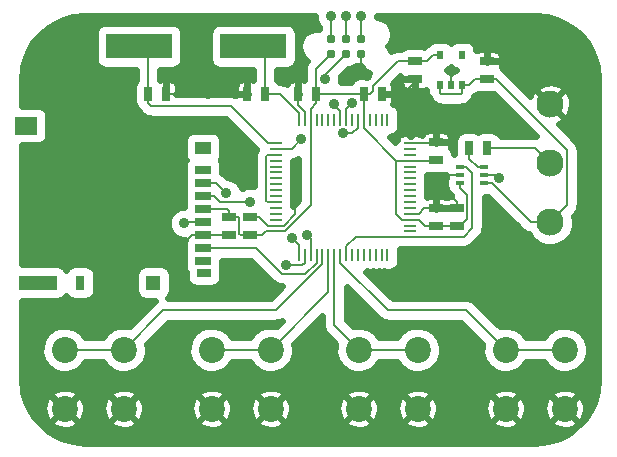
<source format=gtl>
%FSLAX46Y46*%
G04 Gerber Fmt 4.6, Leading zero omitted, Abs format (unit mm)*
G04 Created by KiCad (PCBNEW (2014-08-05 BZR 5054)-product) date Wed 12 Nov 2014 18:29:59 EST*
%MOMM*%
G01*
G04 APERTURE LIST*
%ADD10C,0.100000*%
%ADD11R,0.635000X1.143000*%
%ADD12R,1.143000X0.635000*%
%ADD13C,2.300000*%
%ADD14C,0.784860*%
%ADD15C,2.200000*%
%ADD16R,1.000000X0.250000*%
%ADD17R,0.250000X1.000000*%
%ADD18R,0.508000X0.762000*%
%ADD19R,0.660400X0.406400*%
%ADD20R,1.400000X0.700000*%
%ADD21R,1.200000X0.700000*%
%ADD22R,0.800000X1.200000*%
%ADD23R,1.400000X1.000000*%
%ADD24R,1.200000X1.200000*%
%ADD25R,3.200000X1.200000*%
%ADD26R,1.900000X1.500000*%
%ADD27R,5.600700X2.100580*%
%ADD28C,0.889000*%
%ADD29C,0.203200*%
%ADD30C,0.609600*%
G04 APERTURE END LIST*
D10*
D11*
X179070000Y-104140000D03*
X177546000Y-104140000D03*
D12*
X177800000Y-116078000D03*
X177800000Y-114554000D03*
X193548000Y-115316000D03*
X193548000Y-113792000D03*
X193548000Y-109728000D03*
X193548000Y-108204000D03*
D11*
X183388000Y-104140000D03*
X181864000Y-104140000D03*
D12*
X195326000Y-115316000D03*
X195326000Y-113792000D03*
D11*
X169164000Y-104140000D03*
X170688000Y-104140000D03*
D12*
X197866000Y-102870000D03*
X197866000Y-101346000D03*
X191770000Y-101346000D03*
X191770000Y-102870000D03*
X176022000Y-114554000D03*
X176022000Y-116078000D03*
D13*
X203200000Y-114982000D03*
X203200000Y-109982000D03*
X203200000Y-104982000D03*
D14*
X184658000Y-100711000D03*
X184658000Y-99441000D03*
X185928000Y-100711000D03*
X185928000Y-99441000D03*
X187198000Y-100711000D03*
X187198000Y-99441000D03*
D15*
X162092000Y-125770000D03*
X167092000Y-125770000D03*
X167092000Y-130770000D03*
X162092000Y-130770000D03*
X174538000Y-125770000D03*
X179538000Y-125770000D03*
X179538000Y-130770000D03*
X174538000Y-130770000D03*
X186984000Y-125770000D03*
X191984000Y-125770000D03*
X191984000Y-130770000D03*
X186984000Y-130770000D03*
X199430000Y-125770000D03*
X204430000Y-125770000D03*
X204430000Y-130770000D03*
X199430000Y-130770000D03*
D16*
X191374000Y-115764000D03*
X191374000Y-115264000D03*
X191374000Y-114764000D03*
X191374000Y-114264000D03*
X191374000Y-113764000D03*
X191374000Y-113264000D03*
X191374000Y-112764000D03*
X191374000Y-112264000D03*
X191374000Y-111764000D03*
X191374000Y-111264000D03*
X191374000Y-110764000D03*
X191374000Y-110264000D03*
X191374000Y-109764000D03*
X191374000Y-109264000D03*
X191374000Y-108764000D03*
X191374000Y-108264000D03*
D17*
X189424000Y-106314000D03*
X188924000Y-106314000D03*
X188424000Y-106314000D03*
X187924000Y-106314000D03*
X187424000Y-106314000D03*
X186924000Y-106314000D03*
X186424000Y-106314000D03*
X185924000Y-106314000D03*
X185424000Y-106314000D03*
X184924000Y-106314000D03*
X184424000Y-106314000D03*
X183924000Y-106314000D03*
X183424000Y-106314000D03*
X182924000Y-106314000D03*
X182424000Y-106314000D03*
X181924000Y-106314000D03*
D16*
X179974000Y-108264000D03*
X179974000Y-108764000D03*
X179974000Y-109264000D03*
X179974000Y-109764000D03*
X179974000Y-110264000D03*
X179974000Y-110764000D03*
X179974000Y-111264000D03*
X179974000Y-111764000D03*
X179974000Y-112264000D03*
X179974000Y-112764000D03*
X179974000Y-113264000D03*
X179974000Y-113764000D03*
X179974000Y-114264000D03*
X179974000Y-114764000D03*
X179974000Y-115264000D03*
X179974000Y-115764000D03*
D17*
X181924000Y-117714000D03*
X182424000Y-117714000D03*
X182924000Y-117714000D03*
X183424000Y-117714000D03*
X183924000Y-117714000D03*
X184424000Y-117714000D03*
X184924000Y-117714000D03*
X185424000Y-117714000D03*
X185924000Y-117714000D03*
X186424000Y-117714000D03*
X186924000Y-117714000D03*
X187424000Y-117714000D03*
X187924000Y-117714000D03*
X188424000Y-117714000D03*
X188924000Y-117714000D03*
X189424000Y-117714000D03*
D18*
X193865500Y-103378000D03*
X195770500Y-103378000D03*
X193865500Y-100838000D03*
X194818000Y-103378000D03*
X195770500Y-100838000D03*
D19*
X197612000Y-111658400D03*
X197612000Y-110337600D03*
X197612000Y-110998000D03*
X195580000Y-110337600D03*
X195580000Y-111658400D03*
X195580000Y-110998000D03*
D20*
X173816000Y-110592000D03*
X173816000Y-111692000D03*
X173816000Y-112792000D03*
X173816000Y-113892000D03*
X173816000Y-114992000D03*
X173816000Y-116092000D03*
X173816000Y-117192000D03*
X173816000Y-118292000D03*
D21*
X173916000Y-119242000D03*
D22*
X163416000Y-120092000D03*
D23*
X173816000Y-108692000D03*
D24*
X169616000Y-120092000D03*
D25*
X159816000Y-120092000D03*
D26*
X158816000Y-106792000D03*
D27*
X178076860Y-100076000D03*
X168379140Y-100076000D03*
D11*
X187452000Y-104140000D03*
X188976000Y-104140000D03*
X197866000Y-108712000D03*
X196342000Y-108712000D03*
D28*
X198903842Y-111230158D03*
X194310000Y-111252000D03*
X197866000Y-100076000D03*
X190754000Y-104140000D03*
X193548000Y-106934000D03*
X194818000Y-102108000D03*
X171704000Y-116840000D03*
X181864000Y-102616000D03*
X174244000Y-104140000D03*
X181610000Y-113284000D03*
X187706000Y-102616000D03*
X184658000Y-97536000D03*
X184899320Y-104992022D03*
X184150000Y-102870000D03*
X182118000Y-107950000D03*
X185672665Y-107449786D03*
X185928000Y-97536000D03*
X186436000Y-104902000D03*
X187198000Y-97536000D03*
X175768000Y-112534690D03*
X181356000Y-116332000D03*
X172212000Y-115062000D03*
X180848000Y-118618000D03*
X177800000Y-113284000D03*
X182626000Y-116078000D03*
D29*
X179070000Y-104140000D02*
X179070000Y-101069140D01*
X179070000Y-101069140D02*
X178076860Y-100076000D01*
X181924000Y-106314000D02*
X181924000Y-105757392D01*
X181924000Y-105757392D02*
X180306608Y-104140000D01*
X180306608Y-104140000D02*
X179590700Y-104140000D01*
X179590700Y-104140000D02*
X179070000Y-104140000D01*
X197612000Y-110998000D02*
X198671684Y-110998000D01*
X198671684Y-110998000D02*
X198903842Y-111230158D01*
X191374000Y-108264000D02*
X193488000Y-108264000D01*
X193488000Y-108264000D02*
X193548000Y-108204000D01*
X173816000Y-116092000D02*
X176008000Y-116092000D01*
X176008000Y-116092000D02*
X176022000Y-116078000D01*
X178816000Y-114809200D02*
X178816000Y-114795300D01*
X178816000Y-114795300D02*
X178574700Y-114554000D01*
X178574700Y-114554000D02*
X177800000Y-114554000D01*
X179974000Y-115264000D02*
X179270800Y-115264000D01*
X179270800Y-115264000D02*
X178816000Y-114809200D01*
X193548000Y-113792000D02*
X195326000Y-113792000D01*
X191374000Y-114264000D02*
X192077200Y-114264000D01*
X192077200Y-114264000D02*
X192549200Y-113792000D01*
X192549200Y-113792000D02*
X193548000Y-113792000D01*
X181864000Y-105050800D02*
X181864000Y-104140000D01*
X182424000Y-106314000D02*
X182424000Y-105610800D01*
X182424000Y-105610800D02*
X181864000Y-105050800D01*
X194564000Y-110998000D02*
X194310000Y-111252000D01*
X195580000Y-110998000D02*
X194564000Y-110998000D01*
X197866000Y-101346000D02*
X197866000Y-100076000D01*
X191770000Y-103124000D02*
X190754000Y-104140000D01*
X191770000Y-102870000D02*
X191770000Y-103124000D01*
X188976000Y-104140000D02*
X190754000Y-104140000D01*
X193548000Y-108204000D02*
X193548000Y-106934000D01*
X194818000Y-103378000D02*
X194818000Y-102108000D01*
X194310000Y-111880617D02*
X194310000Y-111252000D01*
X194310000Y-112255300D02*
X194310000Y-111880617D01*
X195326000Y-113271300D02*
X194310000Y-112255300D01*
X195326000Y-113792000D02*
X195326000Y-113271300D01*
X172164800Y-116840000D02*
X171704000Y-116840000D01*
X172912800Y-116092000D02*
X172164800Y-116840000D01*
X173816000Y-116092000D02*
X172912800Y-116092000D01*
X181864000Y-104140000D02*
X181864000Y-102616000D01*
X177546000Y-104140000D02*
X174244000Y-104140000D01*
X170688000Y-104140000D02*
X174244000Y-104140000D01*
X179974000Y-115264000D02*
X180646000Y-115264000D01*
X181610000Y-114300000D02*
X181610000Y-113284000D01*
X180646000Y-115264000D02*
X181610000Y-114300000D01*
X187198000Y-100711000D02*
X187198000Y-102362000D01*
X187198000Y-102362000D02*
X187452000Y-102616000D01*
X187452000Y-102616000D02*
X187706000Y-102616000D01*
X191374000Y-109764000D02*
X193512000Y-109764000D01*
X193512000Y-109764000D02*
X193548000Y-109728000D01*
X183388000Y-104140000D02*
X183388000Y-101981000D01*
X183388000Y-101981000D02*
X184658000Y-100711000D01*
X179130000Y-115764000D02*
X178816000Y-116078000D01*
X178816000Y-116078000D02*
X177800000Y-116078000D01*
X179974000Y-115764000D02*
X179130000Y-115764000D01*
X193548000Y-115316000D02*
X195326000Y-115316000D01*
X192629200Y-115316000D02*
X193548000Y-115316000D01*
X191374000Y-114764000D02*
X192077200Y-114764000D01*
X192077200Y-114764000D02*
X192629200Y-115316000D01*
X182924000Y-106314000D02*
X182924000Y-105378700D01*
X182924000Y-105378700D02*
X183388000Y-104914700D01*
X183388000Y-104914700D02*
X183388000Y-104140000D01*
X193294000Y-100838000D02*
X192786000Y-101346000D01*
X192786000Y-101346000D02*
X191770000Y-101346000D01*
X193865500Y-100838000D02*
X193294000Y-100838000D01*
X187424000Y-104168000D02*
X187452000Y-104140000D01*
X187424000Y-106314000D02*
X187424000Y-104168000D01*
X186931300Y-104140000D02*
X183388000Y-104140000D01*
X187452000Y-104140000D02*
X186931300Y-104140000D01*
X190670800Y-109764000D02*
X191374000Y-109764000D01*
X190170800Y-109764000D02*
X190670800Y-109764000D01*
X187424000Y-107017200D02*
X190170800Y-109764000D01*
X187424000Y-106314000D02*
X187424000Y-107017200D01*
X190170800Y-114264000D02*
X190170800Y-109764000D01*
X190670800Y-114764000D02*
X190170800Y-114264000D01*
X191374000Y-114764000D02*
X190670800Y-114764000D01*
X196202301Y-114693699D02*
X196202301Y-112687101D01*
X195580000Y-115316000D02*
X196202301Y-114693699D01*
X195580000Y-112064800D02*
X195580000Y-111658400D01*
X196202301Y-112687101D02*
X195580000Y-112064800D01*
X195326000Y-115316000D02*
X195580000Y-115316000D01*
X177546000Y-116078000D02*
X177800000Y-116078000D01*
X175880700Y-113892000D02*
X176022000Y-114033300D01*
X173816000Y-113892000D02*
X175880700Y-113892000D01*
X176022000Y-114033300D02*
X176022000Y-114554000D01*
X176796700Y-114554000D02*
X176022000Y-114554000D01*
X176898301Y-114655601D02*
X176796700Y-114554000D01*
X176898301Y-115951001D02*
X176898301Y-114655601D01*
X177025300Y-116078000D02*
X176898301Y-115951001D01*
X177800000Y-116078000D02*
X177025300Y-116078000D01*
X182924000Y-106314000D02*
X182924000Y-113560750D01*
X182924000Y-113560750D02*
X180720750Y-115764000D01*
X180720750Y-115764000D02*
X180677200Y-115764000D01*
X180677200Y-115764000D02*
X179974000Y-115764000D01*
X191770000Y-101346000D02*
X191516000Y-101346000D01*
X187452000Y-104140000D02*
X187452000Y-103886000D01*
X187972700Y-104140000D02*
X188214000Y-103898700D01*
X187452000Y-104140000D02*
X187972700Y-104140000D01*
X190995300Y-101346000D02*
X191770000Y-101346000D01*
X190332358Y-101346000D02*
X190995300Y-101346000D01*
X188214000Y-103464358D02*
X190332358Y-101346000D01*
X188214000Y-103898700D02*
X188214000Y-103464358D01*
X203200000Y-114982000D02*
X204654801Y-113527199D01*
X204654801Y-113527199D02*
X204654801Y-108884101D01*
X204654801Y-108884101D02*
X198640700Y-102870000D01*
X198640700Y-102870000D02*
X197866000Y-102870000D01*
X203200000Y-114982000D02*
X201573655Y-114982000D01*
X201573655Y-114982000D02*
X201168000Y-114576345D01*
X201168000Y-114576345D02*
X201168000Y-114554000D01*
X201168000Y-114554000D02*
X198272400Y-111658400D01*
X198272400Y-111658400D02*
X197612000Y-111658400D01*
X195770500Y-103378000D02*
X195770500Y-104013000D01*
X195770500Y-104013000D02*
X195643499Y-104140001D01*
X195643499Y-104140001D02*
X193992501Y-104140001D01*
X193992501Y-104140001D02*
X193865500Y-104013000D01*
X193865500Y-104013000D02*
X193865500Y-103378000D01*
X196342000Y-103378000D02*
X196850000Y-102870000D01*
X196850000Y-102870000D02*
X197866000Y-102870000D01*
X195770500Y-103378000D02*
X196342000Y-103378000D01*
X196342000Y-109486700D02*
X196342000Y-108712000D01*
X196342000Y-109601000D02*
X196342000Y-109486700D01*
X197078600Y-110337600D02*
X196342000Y-109601000D01*
X197612000Y-110337600D02*
X197078600Y-110337600D01*
X184658000Y-99441000D02*
X184658000Y-97536000D01*
X185424000Y-106314000D02*
X185424000Y-105516702D01*
X185424000Y-105516702D02*
X185343819Y-105436521D01*
X185343819Y-105436521D02*
X184899320Y-104992022D01*
X184150000Y-102489000D02*
X184150000Y-102870000D01*
X185928000Y-100711000D02*
X184150000Y-102489000D01*
X181304000Y-108764000D02*
X179974000Y-108764000D01*
X182118000Y-107950000D02*
X181304000Y-108764000D01*
X186461856Y-107449786D02*
X185672665Y-107449786D01*
X186924000Y-106987642D02*
X186461856Y-107449786D01*
X186924000Y-106314000D02*
X186924000Y-106987642D01*
X185928000Y-97536000D02*
X185928000Y-99441000D01*
X185924000Y-105414000D02*
X186436000Y-104902000D01*
X185924000Y-106314000D02*
X185924000Y-105414000D01*
X187198000Y-97536000D02*
X187198000Y-99441000D01*
X179987950Y-122428000D02*
X170434000Y-122428000D01*
X170434000Y-122428000D02*
X167092000Y-125770000D01*
X183924000Y-117714000D02*
X183924000Y-118491950D01*
X183924000Y-118491950D02*
X179987950Y-122428000D01*
X162092000Y-125770000D02*
X167092000Y-125770000D01*
X184424000Y-117714000D02*
X184424000Y-120884000D01*
X184424000Y-120884000D02*
X179538000Y-125770000D01*
X174538000Y-125770000D02*
X179538000Y-125770000D01*
X184924000Y-117714000D02*
X184924000Y-123710000D01*
X184924000Y-123710000D02*
X186984000Y-125770000D01*
X186984000Y-125770000D02*
X191984000Y-125770000D01*
X189434800Y-122428000D02*
X196088000Y-122428000D01*
X196088000Y-122428000D02*
X199430000Y-125770000D01*
X185424000Y-117714000D02*
X185424000Y-118417200D01*
X185424000Y-118417200D02*
X189434800Y-122428000D01*
X199430000Y-125770000D02*
X204430000Y-125770000D01*
X174925310Y-111692000D02*
X175768000Y-112534690D01*
X173816000Y-111692000D02*
X174925310Y-111692000D01*
X181924000Y-116900000D02*
X181356000Y-116332000D01*
X181924000Y-117714000D02*
X181924000Y-116900000D01*
X172282000Y-114992000D02*
X172212000Y-115062000D01*
X173816000Y-114992000D02*
X172282000Y-114992000D01*
X181476617Y-118618000D02*
X180848000Y-118618000D01*
X182223200Y-118618000D02*
X181476617Y-118618000D01*
X182424000Y-118417200D02*
X182223200Y-118618000D01*
X182424000Y-117714000D02*
X182424000Y-118417200D01*
X175211200Y-113284000D02*
X177800000Y-113284000D01*
X174719200Y-112792000D02*
X175211200Y-113284000D01*
X173816000Y-112792000D02*
X174719200Y-112792000D01*
X182924000Y-116376000D02*
X182924000Y-117714000D01*
X182626000Y-116078000D02*
X182924000Y-116376000D01*
X183424000Y-118417200D02*
X183424000Y-117714000D01*
X182473899Y-119367301D02*
X183424000Y-118417200D01*
X180488335Y-119367301D02*
X182473899Y-119367301D01*
X178313034Y-117192000D02*
X180488335Y-119367301D01*
X173816000Y-117192000D02*
X178313034Y-117192000D01*
X196113400Y-110337600D02*
X195580000Y-110337600D01*
X196608721Y-110832921D02*
X196113400Y-110337600D01*
X196608721Y-115470920D02*
X196608721Y-110832921D01*
X195885841Y-116193801D02*
X196608721Y-115470920D01*
X186740999Y-116193801D02*
X195885841Y-116193801D01*
X185924000Y-117010800D02*
X186740999Y-116193801D01*
X185924000Y-117714000D02*
X185924000Y-117010800D01*
X169164000Y-104140000D02*
X169164000Y-100860860D01*
X169164000Y-100860860D02*
X168379140Y-100076000D01*
X179974000Y-108264000D02*
X179270800Y-108264000D01*
X179270800Y-108264000D02*
X176162800Y-105156000D01*
X176162800Y-105156000D02*
X169405300Y-105156000D01*
X169405300Y-105156000D02*
X169164000Y-104914700D01*
X169164000Y-104914700D02*
X169164000Y-104140000D01*
X179270800Y-113264000D02*
X179974000Y-113264000D01*
X179169199Y-113162399D02*
X179270800Y-113264000D01*
X179169199Y-109365601D02*
X179169199Y-113162399D01*
X179270800Y-109264000D02*
X179169199Y-109365601D01*
X179974000Y-109264000D02*
X179270800Y-109264000D01*
X202844400Y-110337600D02*
X203200000Y-109982000D01*
X201930000Y-108712000D02*
X203200000Y-109982000D01*
X197866000Y-108712000D02*
X201930000Y-108712000D01*
D30*
G36*
X181882600Y-113129388D02*
X181413800Y-113598188D01*
X181413800Y-113546438D01*
X181407347Y-113514000D01*
X181413800Y-113481562D01*
X181413800Y-113296438D01*
X181413800Y-113046438D01*
X181407347Y-113014000D01*
X181413800Y-112981562D01*
X181413800Y-112796438D01*
X181413800Y-112546438D01*
X181407347Y-112514000D01*
X181413800Y-112481562D01*
X181413800Y-112296438D01*
X181413800Y-112046438D01*
X181407347Y-112014000D01*
X181413800Y-111981562D01*
X181413800Y-111796438D01*
X181413800Y-111546438D01*
X181407347Y-111514000D01*
X181413800Y-111481562D01*
X181413800Y-111296438D01*
X181413800Y-111046438D01*
X181407347Y-111014000D01*
X181413800Y-110981562D01*
X181413800Y-110796438D01*
X181413800Y-110546438D01*
X181407347Y-110514000D01*
X181413800Y-110481562D01*
X181413800Y-110296438D01*
X181413800Y-110046438D01*
X181407347Y-110014000D01*
X181413800Y-109981562D01*
X181413800Y-109796438D01*
X181413800Y-109794782D01*
X181495567Y-109787629D01*
X181500824Y-109786101D01*
X181506276Y-109785567D01*
X181598371Y-109757761D01*
X181690743Y-109730925D01*
X181695605Y-109728404D01*
X181700847Y-109726822D01*
X181785792Y-109681655D01*
X181871187Y-109637391D01*
X181875465Y-109633975D01*
X181880302Y-109631404D01*
X181882600Y-109629529D01*
X181882600Y-113129388D01*
X181882600Y-113129388D01*
G37*
X181882600Y-113129388D02*
X181413800Y-113598188D01*
X181413800Y-113546438D01*
X181407347Y-113514000D01*
X181413800Y-113481562D01*
X181413800Y-113296438D01*
X181413800Y-113046438D01*
X181407347Y-113014000D01*
X181413800Y-112981562D01*
X181413800Y-112796438D01*
X181413800Y-112546438D01*
X181407347Y-112514000D01*
X181413800Y-112481562D01*
X181413800Y-112296438D01*
X181413800Y-112046438D01*
X181407347Y-112014000D01*
X181413800Y-111981562D01*
X181413800Y-111796438D01*
X181413800Y-111546438D01*
X181407347Y-111514000D01*
X181413800Y-111481562D01*
X181413800Y-111296438D01*
X181413800Y-111046438D01*
X181407347Y-111014000D01*
X181413800Y-110981562D01*
X181413800Y-110796438D01*
X181413800Y-110546438D01*
X181407347Y-110514000D01*
X181413800Y-110481562D01*
X181413800Y-110296438D01*
X181413800Y-110046438D01*
X181407347Y-110014000D01*
X181413800Y-109981562D01*
X181413800Y-109796438D01*
X181413800Y-109794782D01*
X181495567Y-109787629D01*
X181500824Y-109786101D01*
X181506276Y-109785567D01*
X181598371Y-109757761D01*
X181690743Y-109730925D01*
X181695605Y-109728404D01*
X181700847Y-109726822D01*
X181785792Y-109681655D01*
X181871187Y-109637391D01*
X181875465Y-109633975D01*
X181880302Y-109631404D01*
X181882600Y-109629529D01*
X181882600Y-113129388D01*
G36*
X187829271Y-102376324D02*
X187576896Y-102628700D01*
X187041938Y-102628700D01*
X186860371Y-102664816D01*
X186689338Y-102735660D01*
X186535413Y-102838510D01*
X186404510Y-102969412D01*
X186318189Y-103098600D01*
X185517701Y-103098600D01*
X185530030Y-103044338D01*
X185534359Y-102734262D01*
X185508433Y-102603328D01*
X186073594Y-102038167D01*
X186287997Y-102000363D01*
X186531579Y-101905883D01*
X186752171Y-101765891D01*
X186804258Y-101716288D01*
X186957441Y-101767403D01*
X187168157Y-101794036D01*
X187213988Y-101790793D01*
X187339880Y-101986137D01*
X187535037Y-102188228D01*
X187765730Y-102348564D01*
X187829271Y-102376324D01*
X187829271Y-102376324D01*
G37*
X187829271Y-102376324D02*
X187576896Y-102628700D01*
X187041938Y-102628700D01*
X186860371Y-102664816D01*
X186689338Y-102735660D01*
X186535413Y-102838510D01*
X186404510Y-102969412D01*
X186318189Y-103098600D01*
X185517701Y-103098600D01*
X185530030Y-103044338D01*
X185534359Y-102734262D01*
X185508433Y-102603328D01*
X186073594Y-102038167D01*
X186287997Y-102000363D01*
X186531579Y-101905883D01*
X186752171Y-101765891D01*
X186804258Y-101716288D01*
X186957441Y-101767403D01*
X187168157Y-101794036D01*
X187213988Y-101790793D01*
X187339880Y-101986137D01*
X187535037Y-102188228D01*
X187765730Y-102348564D01*
X187829271Y-102376324D01*
G36*
X195160901Y-113804700D02*
X194633850Y-113804700D01*
X194240150Y-113804700D01*
X193560700Y-113804700D01*
X193560700Y-113824700D01*
X193535300Y-113824700D01*
X193535300Y-113804700D01*
X193515300Y-113804700D01*
X193515300Y-113779300D01*
X193535300Y-113779300D01*
X193535300Y-112960150D01*
X193363850Y-112788700D01*
X193044045Y-112788700D01*
X192908954Y-112788700D01*
X192813800Y-112807627D01*
X192813800Y-112796438D01*
X192813800Y-112546438D01*
X192807347Y-112514000D01*
X192813800Y-112481562D01*
X192813800Y-112296438D01*
X192813800Y-112046438D01*
X192807347Y-112014000D01*
X192813800Y-111981562D01*
X192813800Y-111796438D01*
X192813800Y-111546438D01*
X192807347Y-111514000D01*
X192813800Y-111481562D01*
X192813800Y-111296438D01*
X192813800Y-111046438D01*
X192807347Y-111014000D01*
X192813800Y-110981562D01*
X192813800Y-110971348D01*
X192883938Y-110985300D01*
X193069062Y-110985300D01*
X194212062Y-110985300D01*
X194393629Y-110949184D01*
X194400540Y-110946321D01*
X194416960Y-110985962D01*
X194425003Y-110997999D01*
X194416960Y-111010038D01*
X194346116Y-111181070D01*
X194310000Y-111362638D01*
X194310000Y-111547762D01*
X194310000Y-111954162D01*
X194346116Y-112135729D01*
X194416960Y-112306762D01*
X194519810Y-112460687D01*
X194650712Y-112591590D01*
X194704192Y-112627324D01*
X194706609Y-112631987D01*
X194710024Y-112636265D01*
X194712596Y-112641102D01*
X194773416Y-112715675D01*
X194831711Y-112788700D01*
X194822045Y-112788700D01*
X194686954Y-112788700D01*
X194554459Y-112815055D01*
X194437000Y-112863708D01*
X194319541Y-112815055D01*
X194187046Y-112788700D01*
X194051955Y-112788700D01*
X193732150Y-112788700D01*
X193560700Y-112960150D01*
X193560700Y-113779300D01*
X194240150Y-113779300D01*
X194633850Y-113779300D01*
X195160901Y-113779300D01*
X195160901Y-113804700D01*
X195160901Y-113804700D01*
G37*
X195160901Y-113804700D02*
X194633850Y-113804700D01*
X194240150Y-113804700D01*
X193560700Y-113804700D01*
X193560700Y-113824700D01*
X193535300Y-113824700D01*
X193535300Y-113804700D01*
X193515300Y-113804700D01*
X193515300Y-113779300D01*
X193535300Y-113779300D01*
X193535300Y-112960150D01*
X193363850Y-112788700D01*
X193044045Y-112788700D01*
X192908954Y-112788700D01*
X192813800Y-112807627D01*
X192813800Y-112796438D01*
X192813800Y-112546438D01*
X192807347Y-112514000D01*
X192813800Y-112481562D01*
X192813800Y-112296438D01*
X192813800Y-112046438D01*
X192807347Y-112014000D01*
X192813800Y-111981562D01*
X192813800Y-111796438D01*
X192813800Y-111546438D01*
X192807347Y-111514000D01*
X192813800Y-111481562D01*
X192813800Y-111296438D01*
X192813800Y-111046438D01*
X192807347Y-111014000D01*
X192813800Y-110981562D01*
X192813800Y-110971348D01*
X192883938Y-110985300D01*
X193069062Y-110985300D01*
X194212062Y-110985300D01*
X194393629Y-110949184D01*
X194400540Y-110946321D01*
X194416960Y-110985962D01*
X194425003Y-110997999D01*
X194416960Y-111010038D01*
X194346116Y-111181070D01*
X194310000Y-111362638D01*
X194310000Y-111547762D01*
X194310000Y-111954162D01*
X194346116Y-112135729D01*
X194416960Y-112306762D01*
X194519810Y-112460687D01*
X194650712Y-112591590D01*
X194704192Y-112627324D01*
X194706609Y-112631987D01*
X194710024Y-112636265D01*
X194712596Y-112641102D01*
X194773416Y-112715675D01*
X194831711Y-112788700D01*
X194822045Y-112788700D01*
X194686954Y-112788700D01*
X194554459Y-112815055D01*
X194437000Y-112863708D01*
X194319541Y-112815055D01*
X194187046Y-112788700D01*
X194051955Y-112788700D01*
X193732150Y-112788700D01*
X193560700Y-112960150D01*
X193560700Y-113779300D01*
X194240150Y-113779300D01*
X194633850Y-113779300D01*
X195160901Y-113779300D01*
X195160901Y-113804700D01*
G36*
X195206920Y-102108000D02*
X195071338Y-102164160D01*
X194917413Y-102267010D01*
X194817999Y-102366422D01*
X194718588Y-102267010D01*
X194564662Y-102164160D01*
X194429079Y-102107999D01*
X194564662Y-102051840D01*
X194718587Y-101948990D01*
X194818000Y-101849577D01*
X194917412Y-101948990D01*
X195071338Y-102051840D01*
X195206920Y-102108000D01*
X195206920Y-102108000D01*
G37*
X195206920Y-102108000D02*
X195071338Y-102164160D01*
X194917413Y-102267010D01*
X194817999Y-102366422D01*
X194718588Y-102267010D01*
X194564662Y-102164160D01*
X194429079Y-102107999D01*
X194564662Y-102051840D01*
X194718587Y-101948990D01*
X194818000Y-101849577D01*
X194917412Y-101948990D01*
X195071338Y-102051840D01*
X195206920Y-102108000D01*
G36*
X201971684Y-107673746D02*
X201944540Y-107670702D01*
X201933841Y-107670626D01*
X201933635Y-107670606D01*
X201933442Y-107670624D01*
X201930000Y-107670600D01*
X198999810Y-107670600D01*
X198913490Y-107541413D01*
X198782588Y-107410510D01*
X198628662Y-107307660D01*
X198457630Y-107236816D01*
X198276062Y-107200700D01*
X198090938Y-107200700D01*
X197455938Y-107200700D01*
X197274371Y-107236816D01*
X197104000Y-107307385D01*
X196933630Y-107236816D01*
X196752062Y-107200700D01*
X196566938Y-107200700D01*
X195931938Y-107200700D01*
X195750371Y-107236816D01*
X195579338Y-107307660D01*
X195425413Y-107410510D01*
X195294510Y-107541412D01*
X195191660Y-107695338D01*
X195120816Y-107866370D01*
X195084700Y-108047938D01*
X195084700Y-108233062D01*
X195084700Y-109209028D01*
X195039427Y-109218033D01*
X195023184Y-109136371D01*
X194952340Y-108965338D01*
X194849490Y-108811413D01*
X194773284Y-108735206D01*
X194778945Y-108721540D01*
X194805300Y-108589045D01*
X194805300Y-108388150D01*
X194805300Y-108019850D01*
X194805300Y-107818955D01*
X194778945Y-107686460D01*
X194727248Y-107561652D01*
X194652196Y-107449328D01*
X194556672Y-107353805D01*
X194444348Y-107278752D01*
X194319541Y-107227055D01*
X194187046Y-107200700D01*
X194051955Y-107200700D01*
X193732150Y-107200700D01*
X193560700Y-107372150D01*
X193560700Y-108191300D01*
X194633850Y-108191300D01*
X194805300Y-108019850D01*
X194805300Y-108388150D01*
X194633850Y-108216700D01*
X193560700Y-108216700D01*
X193560700Y-108236700D01*
X193535300Y-108236700D01*
X193535300Y-108216700D01*
X193515300Y-108216700D01*
X193515300Y-108191300D01*
X193535300Y-108191300D01*
X193535300Y-107372150D01*
X193363850Y-107200700D01*
X193044045Y-107200700D01*
X192908954Y-107200700D01*
X192776459Y-107227055D01*
X192651652Y-107278752D01*
X192539328Y-107353805D01*
X192443804Y-107449328D01*
X192368752Y-107561652D01*
X192338808Y-107633941D01*
X192311172Y-107606304D01*
X192198848Y-107531252D01*
X192074040Y-107479555D01*
X191941545Y-107453200D01*
X191757300Y-107453200D01*
X191757300Y-103701850D01*
X191757300Y-102882700D01*
X190684150Y-102882700D01*
X190512700Y-103054150D01*
X190512700Y-103255045D01*
X190539055Y-103387540D01*
X190590752Y-103512348D01*
X190665804Y-103624672D01*
X190761328Y-103720195D01*
X190873652Y-103795248D01*
X190998459Y-103846945D01*
X191130954Y-103873300D01*
X191266045Y-103873300D01*
X191585850Y-103873300D01*
X191757300Y-103701850D01*
X191757300Y-107453200D01*
X191558150Y-107453200D01*
X191386700Y-107624650D01*
X191386700Y-107699200D01*
X191361300Y-107699200D01*
X191361300Y-107624650D01*
X191189850Y-107453200D01*
X190806455Y-107453200D01*
X190673960Y-107479555D01*
X190549152Y-107531252D01*
X190436828Y-107606304D01*
X190341305Y-107701828D01*
X190266252Y-107814152D01*
X190214555Y-107938959D01*
X190207004Y-107976918D01*
X190144010Y-108039912D01*
X190054073Y-108174511D01*
X189633362Y-107753800D01*
X189641562Y-107753800D01*
X189823129Y-107717684D01*
X189994162Y-107646840D01*
X190148087Y-107543990D01*
X190278990Y-107413088D01*
X190381840Y-107259162D01*
X190452684Y-107088130D01*
X190488800Y-106906562D01*
X190488800Y-106721438D01*
X190488800Y-105721438D01*
X190452684Y-105539871D01*
X190381840Y-105368838D01*
X190278990Y-105214913D01*
X190148088Y-105084010D01*
X189994162Y-104981160D01*
X189934367Y-104956392D01*
X189952945Y-104911541D01*
X189979300Y-104779046D01*
X189979300Y-104643955D01*
X189979300Y-104324150D01*
X189807850Y-104152700D01*
X189220753Y-104152700D01*
X189228810Y-104127300D01*
X189807850Y-104127300D01*
X189979300Y-103955850D01*
X189979300Y-103636045D01*
X189979300Y-103500954D01*
X189952945Y-103368459D01*
X189903069Y-103248050D01*
X190512700Y-102638420D01*
X190512700Y-102685850D01*
X190684150Y-102857300D01*
X191757300Y-102857300D01*
X191757300Y-102837300D01*
X191782700Y-102837300D01*
X191782700Y-102857300D01*
X191802700Y-102857300D01*
X191802700Y-102882700D01*
X191782700Y-102882700D01*
X191782700Y-103701850D01*
X191954150Y-103873300D01*
X192273955Y-103873300D01*
X192409046Y-103873300D01*
X192541541Y-103846945D01*
X192666348Y-103795248D01*
X192671700Y-103791671D01*
X192671700Y-103851562D01*
X192707816Y-104033129D01*
X192778660Y-104204162D01*
X192881510Y-104358087D01*
X192888505Y-104365082D01*
X192898575Y-104399743D01*
X192901095Y-104404605D01*
X192902678Y-104409847D01*
X192947844Y-104494792D01*
X192992109Y-104580187D01*
X192995524Y-104584465D01*
X192998096Y-104589302D01*
X193058916Y-104663875D01*
X193118910Y-104739028D01*
X193126424Y-104746648D01*
X193126553Y-104746806D01*
X193126698Y-104746926D01*
X193129119Y-104749381D01*
X193256120Y-104876382D01*
X193330473Y-104937456D01*
X193404144Y-104999274D01*
X193408941Y-105001911D01*
X193413175Y-105005389D01*
X193497936Y-105050836D01*
X193582250Y-105097189D01*
X193587474Y-105098846D01*
X193592297Y-105101432D01*
X193684269Y-105129551D01*
X193775982Y-105158644D01*
X193781421Y-105159254D01*
X193786661Y-105160856D01*
X193882429Y-105170583D01*
X193977961Y-105181299D01*
X193988659Y-105181374D01*
X193988866Y-105181395D01*
X193989058Y-105181376D01*
X193992501Y-105181401D01*
X195643499Y-105181401D01*
X195739242Y-105172013D01*
X195835066Y-105163630D01*
X195840323Y-105162102D01*
X195845775Y-105161568D01*
X195937870Y-105133762D01*
X196030242Y-105106926D01*
X196035104Y-105104405D01*
X196040346Y-105102823D01*
X196125291Y-105057656D01*
X196210686Y-105013392D01*
X196214964Y-105009976D01*
X196219801Y-105007405D01*
X196294374Y-104946584D01*
X196369527Y-104886591D01*
X196377147Y-104879076D01*
X196377305Y-104878948D01*
X196377425Y-104878802D01*
X196379880Y-104876382D01*
X196506881Y-104749381D01*
X196567955Y-104675027D01*
X196629773Y-104601357D01*
X196632410Y-104596559D01*
X196635888Y-104592326D01*
X196681335Y-104507564D01*
X196727688Y-104423251D01*
X196729345Y-104418026D01*
X196731931Y-104413204D01*
X196746268Y-104366309D01*
X196754490Y-104358088D01*
X196781004Y-104318406D01*
X196823792Y-104295655D01*
X196909187Y-104251391D01*
X196913465Y-104247975D01*
X196918302Y-104245404D01*
X196992875Y-104184583D01*
X197068028Y-104124590D01*
X197075648Y-104117075D01*
X197075806Y-104116947D01*
X197075926Y-104116801D01*
X197078381Y-104114381D01*
X197088104Y-104104657D01*
X197201938Y-104127300D01*
X197387062Y-104127300D01*
X198425238Y-104127300D01*
X201971684Y-107673746D01*
X201971684Y-107673746D01*
G37*
X201971684Y-107673746D02*
X201944540Y-107670702D01*
X201933841Y-107670626D01*
X201933635Y-107670606D01*
X201933442Y-107670624D01*
X201930000Y-107670600D01*
X198999810Y-107670600D01*
X198913490Y-107541413D01*
X198782588Y-107410510D01*
X198628662Y-107307660D01*
X198457630Y-107236816D01*
X198276062Y-107200700D01*
X198090938Y-107200700D01*
X197455938Y-107200700D01*
X197274371Y-107236816D01*
X197104000Y-107307385D01*
X196933630Y-107236816D01*
X196752062Y-107200700D01*
X196566938Y-107200700D01*
X195931938Y-107200700D01*
X195750371Y-107236816D01*
X195579338Y-107307660D01*
X195425413Y-107410510D01*
X195294510Y-107541412D01*
X195191660Y-107695338D01*
X195120816Y-107866370D01*
X195084700Y-108047938D01*
X195084700Y-108233062D01*
X195084700Y-109209028D01*
X195039427Y-109218033D01*
X195023184Y-109136371D01*
X194952340Y-108965338D01*
X194849490Y-108811413D01*
X194773284Y-108735206D01*
X194778945Y-108721540D01*
X194805300Y-108589045D01*
X194805300Y-108388150D01*
X194805300Y-108019850D01*
X194805300Y-107818955D01*
X194778945Y-107686460D01*
X194727248Y-107561652D01*
X194652196Y-107449328D01*
X194556672Y-107353805D01*
X194444348Y-107278752D01*
X194319541Y-107227055D01*
X194187046Y-107200700D01*
X194051955Y-107200700D01*
X193732150Y-107200700D01*
X193560700Y-107372150D01*
X193560700Y-108191300D01*
X194633850Y-108191300D01*
X194805300Y-108019850D01*
X194805300Y-108388150D01*
X194633850Y-108216700D01*
X193560700Y-108216700D01*
X193560700Y-108236700D01*
X193535300Y-108236700D01*
X193535300Y-108216700D01*
X193515300Y-108216700D01*
X193515300Y-108191300D01*
X193535300Y-108191300D01*
X193535300Y-107372150D01*
X193363850Y-107200700D01*
X193044045Y-107200700D01*
X192908954Y-107200700D01*
X192776459Y-107227055D01*
X192651652Y-107278752D01*
X192539328Y-107353805D01*
X192443804Y-107449328D01*
X192368752Y-107561652D01*
X192338808Y-107633941D01*
X192311172Y-107606304D01*
X192198848Y-107531252D01*
X192074040Y-107479555D01*
X191941545Y-107453200D01*
X191757300Y-107453200D01*
X191757300Y-103701850D01*
X191757300Y-102882700D01*
X190684150Y-102882700D01*
X190512700Y-103054150D01*
X190512700Y-103255045D01*
X190539055Y-103387540D01*
X190590752Y-103512348D01*
X190665804Y-103624672D01*
X190761328Y-103720195D01*
X190873652Y-103795248D01*
X190998459Y-103846945D01*
X191130954Y-103873300D01*
X191266045Y-103873300D01*
X191585850Y-103873300D01*
X191757300Y-103701850D01*
X191757300Y-107453200D01*
X191558150Y-107453200D01*
X191386700Y-107624650D01*
X191386700Y-107699200D01*
X191361300Y-107699200D01*
X191361300Y-107624650D01*
X191189850Y-107453200D01*
X190806455Y-107453200D01*
X190673960Y-107479555D01*
X190549152Y-107531252D01*
X190436828Y-107606304D01*
X190341305Y-107701828D01*
X190266252Y-107814152D01*
X190214555Y-107938959D01*
X190207004Y-107976918D01*
X190144010Y-108039912D01*
X190054073Y-108174511D01*
X189633362Y-107753800D01*
X189641562Y-107753800D01*
X189823129Y-107717684D01*
X189994162Y-107646840D01*
X190148087Y-107543990D01*
X190278990Y-107413088D01*
X190381840Y-107259162D01*
X190452684Y-107088130D01*
X190488800Y-106906562D01*
X190488800Y-106721438D01*
X190488800Y-105721438D01*
X190452684Y-105539871D01*
X190381840Y-105368838D01*
X190278990Y-105214913D01*
X190148088Y-105084010D01*
X189994162Y-104981160D01*
X189934367Y-104956392D01*
X189952945Y-104911541D01*
X189979300Y-104779046D01*
X189979300Y-104643955D01*
X189979300Y-104324150D01*
X189807850Y-104152700D01*
X189220753Y-104152700D01*
X189228810Y-104127300D01*
X189807850Y-104127300D01*
X189979300Y-103955850D01*
X189979300Y-103636045D01*
X189979300Y-103500954D01*
X189952945Y-103368459D01*
X189903069Y-103248050D01*
X190512700Y-102638420D01*
X190512700Y-102685850D01*
X190684150Y-102857300D01*
X191757300Y-102857300D01*
X191757300Y-102837300D01*
X191782700Y-102837300D01*
X191782700Y-102857300D01*
X191802700Y-102857300D01*
X191802700Y-102882700D01*
X191782700Y-102882700D01*
X191782700Y-103701850D01*
X191954150Y-103873300D01*
X192273955Y-103873300D01*
X192409046Y-103873300D01*
X192541541Y-103846945D01*
X192666348Y-103795248D01*
X192671700Y-103791671D01*
X192671700Y-103851562D01*
X192707816Y-104033129D01*
X192778660Y-104204162D01*
X192881510Y-104358087D01*
X192888505Y-104365082D01*
X192898575Y-104399743D01*
X192901095Y-104404605D01*
X192902678Y-104409847D01*
X192947844Y-104494792D01*
X192992109Y-104580187D01*
X192995524Y-104584465D01*
X192998096Y-104589302D01*
X193058916Y-104663875D01*
X193118910Y-104739028D01*
X193126424Y-104746648D01*
X193126553Y-104746806D01*
X193126698Y-104746926D01*
X193129119Y-104749381D01*
X193256120Y-104876382D01*
X193330473Y-104937456D01*
X193404144Y-104999274D01*
X193408941Y-105001911D01*
X193413175Y-105005389D01*
X193497936Y-105050836D01*
X193582250Y-105097189D01*
X193587474Y-105098846D01*
X193592297Y-105101432D01*
X193684269Y-105129551D01*
X193775982Y-105158644D01*
X193781421Y-105159254D01*
X193786661Y-105160856D01*
X193882429Y-105170583D01*
X193977961Y-105181299D01*
X193988659Y-105181374D01*
X193988866Y-105181395D01*
X193989058Y-105181376D01*
X193992501Y-105181401D01*
X195643499Y-105181401D01*
X195739242Y-105172013D01*
X195835066Y-105163630D01*
X195840323Y-105162102D01*
X195845775Y-105161568D01*
X195937870Y-105133762D01*
X196030242Y-105106926D01*
X196035104Y-105104405D01*
X196040346Y-105102823D01*
X196125291Y-105057656D01*
X196210686Y-105013392D01*
X196214964Y-105009976D01*
X196219801Y-105007405D01*
X196294374Y-104946584D01*
X196369527Y-104886591D01*
X196377147Y-104879076D01*
X196377305Y-104878948D01*
X196377425Y-104878802D01*
X196379880Y-104876382D01*
X196506881Y-104749381D01*
X196567955Y-104675027D01*
X196629773Y-104601357D01*
X196632410Y-104596559D01*
X196635888Y-104592326D01*
X196681335Y-104507564D01*
X196727688Y-104423251D01*
X196729345Y-104418026D01*
X196731931Y-104413204D01*
X196746268Y-104366309D01*
X196754490Y-104358088D01*
X196781004Y-104318406D01*
X196823792Y-104295655D01*
X196909187Y-104251391D01*
X196913465Y-104247975D01*
X196918302Y-104245404D01*
X196992875Y-104184583D01*
X197068028Y-104124590D01*
X197075648Y-104117075D01*
X197075806Y-104116947D01*
X197075926Y-104116801D01*
X197078381Y-104114381D01*
X197088104Y-104104657D01*
X197201938Y-104127300D01*
X197387062Y-104127300D01*
X198425238Y-104127300D01*
X201971684Y-107673746D01*
G36*
X207290200Y-128221590D02*
X207183459Y-129310211D01*
X206881362Y-130310803D01*
X206390670Y-131233663D01*
X206223511Y-131438619D01*
X206223511Y-130827757D01*
X206200316Y-130476751D01*
X206109090Y-130137014D01*
X205953337Y-129821602D01*
X205889162Y-129725555D01*
X205586573Y-129631388D01*
X205568612Y-129649349D01*
X205568612Y-129613427D01*
X205474445Y-129310838D01*
X205169708Y-129135115D01*
X204836544Y-129022219D01*
X204487757Y-128976489D01*
X204136751Y-128999684D01*
X203797014Y-129090910D01*
X203481602Y-129246663D01*
X203385555Y-129310838D01*
X203291388Y-129613427D01*
X204430000Y-130752039D01*
X205568612Y-129613427D01*
X205568612Y-129649349D01*
X204447961Y-130770000D01*
X205586573Y-131908612D01*
X205889162Y-131814445D01*
X206064885Y-131509708D01*
X206177781Y-131176544D01*
X206223511Y-130827757D01*
X206223511Y-131438619D01*
X205730073Y-132043634D01*
X205568612Y-132177206D01*
X205568612Y-131926573D01*
X204430000Y-130787961D01*
X204412039Y-130805922D01*
X204412039Y-130770000D01*
X203273427Y-129631388D01*
X202970838Y-129725555D01*
X202795115Y-130030292D01*
X202682219Y-130363456D01*
X202636489Y-130712243D01*
X202659684Y-131063249D01*
X202750910Y-131402986D01*
X202906663Y-131718398D01*
X202970838Y-131814445D01*
X203273427Y-131908612D01*
X204412039Y-130770000D01*
X204412039Y-130805922D01*
X203291388Y-131926573D01*
X203385555Y-132229162D01*
X203690292Y-132404885D01*
X204023456Y-132517781D01*
X204372243Y-132563511D01*
X204723249Y-132540316D01*
X205062986Y-132449090D01*
X205378398Y-132293337D01*
X205474445Y-132229162D01*
X205568612Y-131926573D01*
X205568612Y-132177206D01*
X204924727Y-132709875D01*
X204005324Y-133206993D01*
X203006866Y-133516069D01*
X201920981Y-133630200D01*
X201223511Y-133630200D01*
X201223511Y-130827757D01*
X201200316Y-130476751D01*
X201109090Y-130137014D01*
X200953337Y-129821602D01*
X200889162Y-129725555D01*
X200586573Y-129631388D01*
X200568612Y-129649349D01*
X200568612Y-129613427D01*
X200474445Y-129310838D01*
X200169708Y-129135115D01*
X199836544Y-129022219D01*
X199487757Y-128976489D01*
X199136751Y-128999684D01*
X198797014Y-129090910D01*
X198481602Y-129246663D01*
X198385555Y-129310838D01*
X198291388Y-129613427D01*
X199430000Y-130752039D01*
X200568612Y-129613427D01*
X200568612Y-129649349D01*
X199447961Y-130770000D01*
X200586573Y-131908612D01*
X200889162Y-131814445D01*
X201064885Y-131509708D01*
X201177781Y-131176544D01*
X201223511Y-130827757D01*
X201223511Y-133630200D01*
X200568612Y-133630200D01*
X200568612Y-131926573D01*
X199430000Y-130787961D01*
X199412039Y-130805922D01*
X199412039Y-130770000D01*
X198273427Y-129631388D01*
X197970838Y-129725555D01*
X197795115Y-130030292D01*
X197682219Y-130363456D01*
X197636489Y-130712243D01*
X197659684Y-131063249D01*
X197750910Y-131402986D01*
X197906663Y-131718398D01*
X197970838Y-131814445D01*
X198273427Y-131908612D01*
X199412039Y-130770000D01*
X199412039Y-130805922D01*
X198291388Y-131926573D01*
X198385555Y-132229162D01*
X198690292Y-132404885D01*
X199023456Y-132517781D01*
X199372243Y-132563511D01*
X199723249Y-132540316D01*
X200062986Y-132449090D01*
X200378398Y-132293337D01*
X200474445Y-132229162D01*
X200568612Y-131926573D01*
X200568612Y-133630200D01*
X193777511Y-133630200D01*
X193777511Y-130827757D01*
X193754316Y-130476751D01*
X193663090Y-130137014D01*
X193507337Y-129821602D01*
X193443162Y-129725555D01*
X193140573Y-129631388D01*
X193122612Y-129649349D01*
X193122612Y-129613427D01*
X193028445Y-129310838D01*
X192723708Y-129135115D01*
X192390544Y-129022219D01*
X192041757Y-128976489D01*
X191690751Y-128999684D01*
X191351014Y-129090910D01*
X191035602Y-129246663D01*
X190939555Y-129310838D01*
X190845388Y-129613427D01*
X191984000Y-130752039D01*
X193122612Y-129613427D01*
X193122612Y-129649349D01*
X192001961Y-130770000D01*
X193140573Y-131908612D01*
X193443162Y-131814445D01*
X193618885Y-131509708D01*
X193731781Y-131176544D01*
X193777511Y-130827757D01*
X193777511Y-133630200D01*
X193122612Y-133630200D01*
X193122612Y-131926573D01*
X191984000Y-130787961D01*
X191966039Y-130805922D01*
X191966039Y-130770000D01*
X190827427Y-129631388D01*
X190524838Y-129725555D01*
X190349115Y-130030292D01*
X190236219Y-130363456D01*
X190190489Y-130712243D01*
X190213684Y-131063249D01*
X190304910Y-131402986D01*
X190460663Y-131718398D01*
X190524838Y-131814445D01*
X190827427Y-131908612D01*
X191966039Y-130770000D01*
X191966039Y-130805922D01*
X190845388Y-131926573D01*
X190939555Y-132229162D01*
X191244292Y-132404885D01*
X191577456Y-132517781D01*
X191926243Y-132563511D01*
X192277249Y-132540316D01*
X192616986Y-132449090D01*
X192932398Y-132293337D01*
X193028445Y-132229162D01*
X193122612Y-131926573D01*
X193122612Y-133630200D01*
X188777511Y-133630200D01*
X188777511Y-130827757D01*
X188754316Y-130476751D01*
X188663090Y-130137014D01*
X188507337Y-129821602D01*
X188443162Y-129725555D01*
X188140573Y-129631388D01*
X188122612Y-129649349D01*
X188122612Y-129613427D01*
X188028445Y-129310838D01*
X187723708Y-129135115D01*
X187390544Y-129022219D01*
X187041757Y-128976489D01*
X186690751Y-128999684D01*
X186351014Y-129090910D01*
X186035602Y-129246663D01*
X185939555Y-129310838D01*
X185845388Y-129613427D01*
X186984000Y-130752039D01*
X188122612Y-129613427D01*
X188122612Y-129649349D01*
X187001961Y-130770000D01*
X188140573Y-131908612D01*
X188443162Y-131814445D01*
X188618885Y-131509708D01*
X188731781Y-131176544D01*
X188777511Y-130827757D01*
X188777511Y-133630200D01*
X188122612Y-133630200D01*
X188122612Y-131926573D01*
X186984000Y-130787961D01*
X186966039Y-130805922D01*
X186966039Y-130770000D01*
X185827427Y-129631388D01*
X185524838Y-129725555D01*
X185349115Y-130030292D01*
X185236219Y-130363456D01*
X185190489Y-130712243D01*
X185213684Y-131063249D01*
X185304910Y-131402986D01*
X185460663Y-131718398D01*
X185524838Y-131814445D01*
X185827427Y-131908612D01*
X186966039Y-130770000D01*
X186966039Y-130805922D01*
X185845388Y-131926573D01*
X185939555Y-132229162D01*
X186244292Y-132404885D01*
X186577456Y-132517781D01*
X186926243Y-132563511D01*
X187277249Y-132540316D01*
X187616986Y-132449090D01*
X187932398Y-132293337D01*
X188028445Y-132229162D01*
X188122612Y-131926573D01*
X188122612Y-133630200D01*
X181331511Y-133630200D01*
X181331511Y-130827757D01*
X181308316Y-130476751D01*
X181217090Y-130137014D01*
X181061337Y-129821602D01*
X180997162Y-129725555D01*
X180694573Y-129631388D01*
X180676612Y-129649349D01*
X180676612Y-129613427D01*
X180582445Y-129310838D01*
X180277708Y-129135115D01*
X179944544Y-129022219D01*
X179595757Y-128976489D01*
X179244751Y-128999684D01*
X178905014Y-129090910D01*
X178589602Y-129246663D01*
X178493555Y-129310838D01*
X178399388Y-129613427D01*
X179538000Y-130752039D01*
X180676612Y-129613427D01*
X180676612Y-129649349D01*
X179555961Y-130770000D01*
X180694573Y-131908612D01*
X180997162Y-131814445D01*
X181172885Y-131509708D01*
X181285781Y-131176544D01*
X181331511Y-130827757D01*
X181331511Y-133630200D01*
X180676612Y-133630200D01*
X180676612Y-131926573D01*
X179538000Y-130787961D01*
X179520039Y-130805922D01*
X179520039Y-130770000D01*
X178381427Y-129631388D01*
X178078838Y-129725555D01*
X177903115Y-130030292D01*
X177790219Y-130363456D01*
X177744489Y-130712243D01*
X177767684Y-131063249D01*
X177858910Y-131402986D01*
X178014663Y-131718398D01*
X178078838Y-131814445D01*
X178381427Y-131908612D01*
X179520039Y-130770000D01*
X179520039Y-130805922D01*
X178399388Y-131926573D01*
X178493555Y-132229162D01*
X178798292Y-132404885D01*
X179131456Y-132517781D01*
X179480243Y-132563511D01*
X179831249Y-132540316D01*
X180170986Y-132449090D01*
X180486398Y-132293337D01*
X180582445Y-132229162D01*
X180676612Y-131926573D01*
X180676612Y-133630200D01*
X176331511Y-133630200D01*
X176331511Y-130827757D01*
X176308316Y-130476751D01*
X176217090Y-130137014D01*
X176061337Y-129821602D01*
X175997162Y-129725555D01*
X175694573Y-129631388D01*
X175676612Y-129649349D01*
X175676612Y-129613427D01*
X175582445Y-129310838D01*
X175277708Y-129135115D01*
X174944544Y-129022219D01*
X174595757Y-128976489D01*
X174244751Y-128999684D01*
X173905014Y-129090910D01*
X173589602Y-129246663D01*
X173493555Y-129310838D01*
X173399388Y-129613427D01*
X174538000Y-130752039D01*
X175676612Y-129613427D01*
X175676612Y-129649349D01*
X174555961Y-130770000D01*
X175694573Y-131908612D01*
X175997162Y-131814445D01*
X176172885Y-131509708D01*
X176285781Y-131176544D01*
X176331511Y-130827757D01*
X176331511Y-133630200D01*
X175676612Y-133630200D01*
X175676612Y-131926573D01*
X174538000Y-130787961D01*
X174520039Y-130805922D01*
X174520039Y-130770000D01*
X173381427Y-129631388D01*
X173078838Y-129725555D01*
X172903115Y-130030292D01*
X172790219Y-130363456D01*
X172744489Y-130712243D01*
X172767684Y-131063249D01*
X172858910Y-131402986D01*
X173014663Y-131718398D01*
X173078838Y-131814445D01*
X173381427Y-131908612D01*
X174520039Y-130770000D01*
X174520039Y-130805922D01*
X173399388Y-131926573D01*
X173493555Y-132229162D01*
X173798292Y-132404885D01*
X174131456Y-132517781D01*
X174480243Y-132563511D01*
X174831249Y-132540316D01*
X175170986Y-132449090D01*
X175486398Y-132293337D01*
X175582445Y-132229162D01*
X175676612Y-131926573D01*
X175676612Y-133630200D01*
X168885511Y-133630200D01*
X168885511Y-130827757D01*
X168862316Y-130476751D01*
X168771090Y-130137014D01*
X168615337Y-129821602D01*
X168551162Y-129725555D01*
X168248573Y-129631388D01*
X168230612Y-129649349D01*
X168230612Y-129613427D01*
X168136445Y-129310838D01*
X167831708Y-129135115D01*
X167498544Y-129022219D01*
X167149757Y-128976489D01*
X166798751Y-128999684D01*
X166459014Y-129090910D01*
X166143602Y-129246663D01*
X166047555Y-129310838D01*
X165953388Y-129613427D01*
X167092000Y-130752039D01*
X168230612Y-129613427D01*
X168230612Y-129649349D01*
X167109961Y-130770000D01*
X168248573Y-131908612D01*
X168551162Y-131814445D01*
X168726885Y-131509708D01*
X168839781Y-131176544D01*
X168885511Y-130827757D01*
X168885511Y-133630200D01*
X168230612Y-133630200D01*
X168230612Y-131926573D01*
X167092000Y-130787961D01*
X167074039Y-130805922D01*
X167074039Y-130770000D01*
X165935427Y-129631388D01*
X165632838Y-129725555D01*
X165457115Y-130030292D01*
X165344219Y-130363456D01*
X165298489Y-130712243D01*
X165321684Y-131063249D01*
X165412910Y-131402986D01*
X165568663Y-131718398D01*
X165632838Y-131814445D01*
X165935427Y-131908612D01*
X167074039Y-130770000D01*
X167074039Y-130805922D01*
X165953388Y-131926573D01*
X166047555Y-132229162D01*
X166352292Y-132404885D01*
X166685456Y-132517781D01*
X167034243Y-132563511D01*
X167385249Y-132540316D01*
X167724986Y-132449090D01*
X168040398Y-132293337D01*
X168136445Y-132229162D01*
X168230612Y-131926573D01*
X168230612Y-133630200D01*
X163885511Y-133630200D01*
X163885511Y-130827757D01*
X163862316Y-130476751D01*
X163771090Y-130137014D01*
X163615337Y-129821602D01*
X163551162Y-129725555D01*
X163248573Y-129631388D01*
X163230612Y-129649349D01*
X163230612Y-129613427D01*
X163136445Y-129310838D01*
X162831708Y-129135115D01*
X162498544Y-129022219D01*
X162149757Y-128976489D01*
X161798751Y-128999684D01*
X161459014Y-129090910D01*
X161143602Y-129246663D01*
X161047555Y-129310838D01*
X160953388Y-129613427D01*
X162092000Y-130752039D01*
X163230612Y-129613427D01*
X163230612Y-129649349D01*
X162109961Y-130770000D01*
X163248573Y-131908612D01*
X163551162Y-131814445D01*
X163726885Y-131509708D01*
X163839781Y-131176544D01*
X163885511Y-130827757D01*
X163885511Y-133630200D01*
X163878409Y-133630200D01*
X163230612Y-133566682D01*
X163230612Y-131926573D01*
X162092000Y-130787961D01*
X162074039Y-130805922D01*
X162074039Y-130770000D01*
X160935427Y-129631388D01*
X160632838Y-129725555D01*
X160457115Y-130030292D01*
X160344219Y-130363456D01*
X160298489Y-130712243D01*
X160321684Y-131063249D01*
X160412910Y-131402986D01*
X160568663Y-131718398D01*
X160632838Y-131814445D01*
X160935427Y-131908612D01*
X162074039Y-130770000D01*
X162074039Y-130805922D01*
X160953388Y-131926573D01*
X161047555Y-132229162D01*
X161352292Y-132404885D01*
X161685456Y-132517781D01*
X162034243Y-132563511D01*
X162385249Y-132540316D01*
X162724986Y-132449090D01*
X163040398Y-132293337D01*
X163136445Y-132229162D01*
X163230612Y-131926573D01*
X163230612Y-133566682D01*
X162789788Y-133523459D01*
X161789196Y-133221362D01*
X160866336Y-132730670D01*
X160056365Y-132070073D01*
X159390124Y-131264727D01*
X158893006Y-130345324D01*
X158583930Y-129346866D01*
X158469800Y-128260981D01*
X158469800Y-121631800D01*
X161508562Y-121631800D01*
X161690129Y-121595684D01*
X161861162Y-121524840D01*
X162015087Y-121421990D01*
X162145990Y-121291088D01*
X162216000Y-121186310D01*
X162286010Y-121291087D01*
X162416912Y-121421990D01*
X162570838Y-121524840D01*
X162741870Y-121595684D01*
X162923438Y-121631800D01*
X163108562Y-121631800D01*
X163908562Y-121631800D01*
X164090129Y-121595684D01*
X164261162Y-121524840D01*
X164415087Y-121421990D01*
X164545990Y-121291088D01*
X164648840Y-121137162D01*
X164719684Y-120966130D01*
X164755800Y-120784562D01*
X164755800Y-120599438D01*
X164755800Y-119399438D01*
X164719684Y-119217871D01*
X164648840Y-119046838D01*
X164545990Y-118892913D01*
X164415088Y-118762010D01*
X164261162Y-118659160D01*
X164090130Y-118588316D01*
X163908562Y-118552200D01*
X163723438Y-118552200D01*
X162923438Y-118552200D01*
X162741871Y-118588316D01*
X162570838Y-118659160D01*
X162416913Y-118762010D01*
X162286010Y-118892912D01*
X162215999Y-118997689D01*
X162145990Y-118892913D01*
X162015088Y-118762010D01*
X161861162Y-118659160D01*
X161690130Y-118588316D01*
X161508562Y-118552200D01*
X161323438Y-118552200D01*
X158469800Y-118552200D01*
X158469800Y-108481800D01*
X159858562Y-108481800D01*
X160040129Y-108445684D01*
X160211162Y-108374840D01*
X160365087Y-108271990D01*
X160495990Y-108141088D01*
X160598840Y-107987162D01*
X160669684Y-107816130D01*
X160705800Y-107634562D01*
X160705800Y-107449438D01*
X160705800Y-105949438D01*
X160669684Y-105767871D01*
X160598840Y-105596838D01*
X160495990Y-105442913D01*
X160365088Y-105312010D01*
X160211162Y-105209160D01*
X160040130Y-105138316D01*
X159858562Y-105102200D01*
X159673438Y-105102200D01*
X158469800Y-105102200D01*
X158469800Y-102918408D01*
X158576540Y-101829789D01*
X158878637Y-100829195D01*
X159369327Y-99906340D01*
X160029926Y-99096365D01*
X160835270Y-98430126D01*
X161754679Y-97933003D01*
X162753133Y-97623930D01*
X163839018Y-97509800D01*
X183273871Y-97509800D01*
X183271880Y-97652396D01*
X183320887Y-97919411D01*
X183420824Y-98171822D01*
X183567884Y-98400015D01*
X183616600Y-98450461D01*
X183616600Y-98603759D01*
X183583355Y-98652311D01*
X183538601Y-98643125D01*
X183257419Y-98641162D01*
X182981211Y-98693851D01*
X182720498Y-98799186D01*
X182485209Y-98953155D01*
X182284308Y-99149892D01*
X182125445Y-99381905D01*
X182014673Y-99640355D01*
X181956211Y-99915399D01*
X181952285Y-100196560D01*
X182003045Y-100473129D01*
X182106557Y-100734572D01*
X182258880Y-100970930D01*
X182454210Y-101173200D01*
X182617220Y-101286495D01*
X182590544Y-101318972D01*
X182528727Y-101392643D01*
X182526089Y-101397440D01*
X182522612Y-101401674D01*
X182477153Y-101486453D01*
X182430812Y-101570749D01*
X182429155Y-101575971D01*
X182426569Y-101580795D01*
X182398458Y-101672740D01*
X182369357Y-101764481D01*
X182368746Y-101769925D01*
X182367146Y-101775160D01*
X182357422Y-101870878D01*
X182346702Y-101966460D01*
X182346626Y-101977158D01*
X182346606Y-101977365D01*
X182346624Y-101977557D01*
X182346600Y-101981000D01*
X182346600Y-102902104D01*
X182249045Y-102882700D01*
X182048150Y-102882700D01*
X181876700Y-103054150D01*
X181876700Y-104127300D01*
X181896700Y-104127300D01*
X181896700Y-104152700D01*
X181876700Y-104152700D01*
X181876700Y-104172700D01*
X181851300Y-104172700D01*
X181851300Y-104152700D01*
X181831300Y-104152700D01*
X181831300Y-104127300D01*
X181851300Y-104127300D01*
X181851300Y-103054150D01*
X181679850Y-102882700D01*
X181478955Y-102882700D01*
X181346460Y-102909055D01*
X181221652Y-102960752D01*
X181109328Y-103035804D01*
X181013805Y-103131328D01*
X180938752Y-103243652D01*
X180916062Y-103298429D01*
X180894965Y-103280727D01*
X180890167Y-103278089D01*
X180885934Y-103274612D01*
X180801154Y-103229153D01*
X180716859Y-103182812D01*
X180711636Y-103181155D01*
X180706813Y-103178569D01*
X180614867Y-103150458D01*
X180523127Y-103121357D01*
X180517682Y-103120746D01*
X180512448Y-103119146D01*
X180416729Y-103109422D01*
X180321148Y-103098702D01*
X180310449Y-103098626D01*
X180310243Y-103098606D01*
X180310050Y-103098624D01*
X180306608Y-103098600D01*
X180203810Y-103098600D01*
X180117490Y-102969413D01*
X180111400Y-102963322D01*
X180111400Y-102066090D01*
X180969772Y-102066090D01*
X181151339Y-102029974D01*
X181322372Y-101959130D01*
X181476297Y-101856280D01*
X181607200Y-101725378D01*
X181710050Y-101571452D01*
X181780894Y-101400420D01*
X181817010Y-101218852D01*
X181817010Y-101033728D01*
X181817010Y-98933148D01*
X181780894Y-98751581D01*
X181710050Y-98580548D01*
X181607200Y-98426623D01*
X181476298Y-98295720D01*
X181322372Y-98192870D01*
X181151340Y-98122026D01*
X180969772Y-98085910D01*
X180784648Y-98085910D01*
X175183948Y-98085910D01*
X175002381Y-98122026D01*
X174831348Y-98192870D01*
X174677423Y-98295720D01*
X174546520Y-98426622D01*
X174443670Y-98580548D01*
X174372826Y-98751580D01*
X174336710Y-98933148D01*
X174336710Y-99118272D01*
X174336710Y-101218852D01*
X174372826Y-101400419D01*
X174443670Y-101571452D01*
X174546520Y-101725377D01*
X174677422Y-101856280D01*
X174831348Y-101959130D01*
X175002380Y-102029974D01*
X175183948Y-102066090D01*
X175369072Y-102066090D01*
X178028600Y-102066090D01*
X178028600Y-102902104D01*
X177931045Y-102882700D01*
X177730150Y-102882700D01*
X177558700Y-103054150D01*
X177558700Y-104127300D01*
X177578700Y-104127300D01*
X177578700Y-104152700D01*
X177558700Y-104152700D01*
X177558700Y-104172700D01*
X177533300Y-104172700D01*
X177533300Y-104152700D01*
X177533300Y-104127300D01*
X177533300Y-103054150D01*
X177361850Y-102882700D01*
X177160955Y-102882700D01*
X177028460Y-102909055D01*
X176903652Y-102960752D01*
X176791328Y-103035804D01*
X176695805Y-103131328D01*
X176620752Y-103243652D01*
X176569055Y-103368459D01*
X176542700Y-103500954D01*
X176542700Y-103636045D01*
X176542700Y-103955850D01*
X176714150Y-104127300D01*
X177533300Y-104127300D01*
X177533300Y-104152700D01*
X176714150Y-104152700D01*
X176634342Y-104232507D01*
X176573051Y-104198812D01*
X176567828Y-104197155D01*
X176563005Y-104194569D01*
X176471059Y-104166458D01*
X176379319Y-104137357D01*
X176373874Y-104136746D01*
X176368640Y-104135146D01*
X176272921Y-104125422D01*
X176177340Y-104114702D01*
X176166641Y-104114626D01*
X176166435Y-104114606D01*
X176166242Y-104114624D01*
X176162800Y-104114600D01*
X171532549Y-104114600D01*
X171691300Y-103955850D01*
X171691300Y-103636045D01*
X171691300Y-103500954D01*
X171664945Y-103368459D01*
X171613248Y-103243652D01*
X171538195Y-103131328D01*
X171442672Y-103035804D01*
X171330348Y-102960752D01*
X171205540Y-102909055D01*
X171073045Y-102882700D01*
X170872150Y-102882700D01*
X170700700Y-103054150D01*
X170700700Y-104114600D01*
X170675300Y-104114600D01*
X170675300Y-103054150D01*
X170503850Y-102882700D01*
X170302955Y-102882700D01*
X170205400Y-102902104D01*
X170205400Y-102066090D01*
X171272052Y-102066090D01*
X171453619Y-102029974D01*
X171624652Y-101959130D01*
X171778577Y-101856280D01*
X171909480Y-101725378D01*
X172012330Y-101571452D01*
X172083174Y-101400420D01*
X172119290Y-101218852D01*
X172119290Y-101033728D01*
X172119290Y-98933148D01*
X172083174Y-98751581D01*
X172012330Y-98580548D01*
X171909480Y-98426623D01*
X171778578Y-98295720D01*
X171624652Y-98192870D01*
X171453620Y-98122026D01*
X171272052Y-98085910D01*
X171086928Y-98085910D01*
X165486228Y-98085910D01*
X165304661Y-98122026D01*
X165133628Y-98192870D01*
X164979703Y-98295720D01*
X164848800Y-98426622D01*
X164745950Y-98580548D01*
X164675106Y-98751580D01*
X164638990Y-98933148D01*
X164638990Y-99118272D01*
X164638990Y-101218852D01*
X164675106Y-101400419D01*
X164745950Y-101571452D01*
X164848800Y-101725377D01*
X164979702Y-101856280D01*
X165133628Y-101959130D01*
X165304660Y-102029974D01*
X165486228Y-102066090D01*
X165671352Y-102066090D01*
X168122600Y-102066090D01*
X168122600Y-102963322D01*
X168116510Y-102969412D01*
X168013660Y-103123338D01*
X167942816Y-103294370D01*
X167906700Y-103475938D01*
X167906700Y-103661062D01*
X167906700Y-104804062D01*
X167942816Y-104985629D01*
X168013660Y-105156662D01*
X168116510Y-105310587D01*
X168247412Y-105441490D01*
X168281462Y-105464241D01*
X168290609Y-105481887D01*
X168294024Y-105486165D01*
X168296596Y-105491002D01*
X168357416Y-105565575D01*
X168417410Y-105640728D01*
X168424924Y-105648348D01*
X168425053Y-105648506D01*
X168425198Y-105648626D01*
X168427619Y-105651081D01*
X168668919Y-105892381D01*
X168743272Y-105953455D01*
X168816943Y-106015273D01*
X168821740Y-106017910D01*
X168825974Y-106021388D01*
X168910753Y-106066846D01*
X168995049Y-106113188D01*
X169000271Y-106114844D01*
X169005095Y-106117431D01*
X169097040Y-106145541D01*
X169188781Y-106174643D01*
X169194225Y-106175253D01*
X169199460Y-106176854D01*
X169295178Y-106186577D01*
X169390760Y-106197298D01*
X169401458Y-106197373D01*
X169401665Y-106197394D01*
X169401857Y-106197375D01*
X169405300Y-106197400D01*
X175731437Y-106197400D01*
X178310544Y-108776506D01*
X178309926Y-108777244D01*
X178307288Y-108782041D01*
X178303811Y-108786275D01*
X178258352Y-108871054D01*
X178212011Y-108955350D01*
X178210354Y-108960572D01*
X178207768Y-108965396D01*
X178179657Y-109057341D01*
X178150556Y-109149082D01*
X178149945Y-109154526D01*
X178148345Y-109159761D01*
X178138621Y-109255479D01*
X178127901Y-109351061D01*
X178127825Y-109361759D01*
X178127805Y-109361966D01*
X178127823Y-109362158D01*
X178127799Y-109365601D01*
X178127799Y-111938063D01*
X177945399Y-111900622D01*
X177673930Y-111898727D01*
X177407264Y-111949596D01*
X177155556Y-112051293D01*
X177085100Y-112097397D01*
X176996178Y-111881656D01*
X176845946Y-111655539D01*
X176654655Y-111462908D01*
X176429592Y-111311101D01*
X176179329Y-111205900D01*
X175913399Y-111151312D01*
X175856990Y-111150918D01*
X175661691Y-110955619D01*
X175587337Y-110894544D01*
X175513667Y-110832727D01*
X175508869Y-110830089D01*
X175504636Y-110826612D01*
X175455800Y-110800426D01*
X175455800Y-110149438D01*
X175419684Y-109967871D01*
X175348840Y-109796838D01*
X175295493Y-109717000D01*
X175348840Y-109637162D01*
X175419684Y-109466130D01*
X175455800Y-109284562D01*
X175455800Y-109099438D01*
X175455800Y-108099438D01*
X175419684Y-107917871D01*
X175348840Y-107746838D01*
X175245990Y-107592913D01*
X175115088Y-107462010D01*
X174961162Y-107359160D01*
X174790130Y-107288316D01*
X174608562Y-107252200D01*
X174423438Y-107252200D01*
X173023438Y-107252200D01*
X172841871Y-107288316D01*
X172670838Y-107359160D01*
X172516913Y-107462010D01*
X172386010Y-107592912D01*
X172283160Y-107746838D01*
X172212316Y-107917870D01*
X172176200Y-108099438D01*
X172176200Y-108284562D01*
X172176200Y-109284562D01*
X172212316Y-109466129D01*
X172283160Y-109637162D01*
X172336506Y-109716999D01*
X172283160Y-109796838D01*
X172212316Y-109967870D01*
X172176200Y-110149438D01*
X172176200Y-110334562D01*
X172176200Y-111034562D01*
X172197570Y-111141999D01*
X172176200Y-111249438D01*
X172176200Y-111434562D01*
X172176200Y-112134562D01*
X172197570Y-112241999D01*
X172176200Y-112349438D01*
X172176200Y-112534562D01*
X172176200Y-113234562D01*
X172197570Y-113341999D01*
X172176200Y-113449438D01*
X172176200Y-113634562D01*
X172176200Y-113677357D01*
X172085930Y-113676727D01*
X171819264Y-113727596D01*
X171567556Y-113829293D01*
X171340395Y-113977942D01*
X171146434Y-114167884D01*
X170993059Y-114391882D01*
X170886114Y-114641404D01*
X170829671Y-114906947D01*
X170825880Y-115178396D01*
X170874887Y-115445411D01*
X170974824Y-115697822D01*
X171121884Y-115926015D01*
X171310467Y-116121298D01*
X171533388Y-116276233D01*
X171782158Y-116384918D01*
X172047300Y-116443213D01*
X172262087Y-116447711D01*
X172212316Y-116567870D01*
X172176200Y-116749438D01*
X172176200Y-116934562D01*
X172176200Y-117634562D01*
X172197570Y-117741999D01*
X172176200Y-117849438D01*
X172176200Y-118034562D01*
X172176200Y-118734562D01*
X172212316Y-118916129D01*
X172283160Y-119087162D01*
X172376200Y-119226405D01*
X172376200Y-119684562D01*
X172412316Y-119866129D01*
X172483160Y-120037162D01*
X172586010Y-120191087D01*
X172716912Y-120321990D01*
X172870838Y-120424840D01*
X173041870Y-120495684D01*
X173223438Y-120531800D01*
X173408562Y-120531800D01*
X174608562Y-120531800D01*
X174790129Y-120495684D01*
X174961162Y-120424840D01*
X175115087Y-120321990D01*
X175245990Y-120191088D01*
X175348840Y-120037162D01*
X175419684Y-119866130D01*
X175455800Y-119684562D01*
X175455800Y-119499438D01*
X175455800Y-118799438D01*
X175449347Y-118767000D01*
X175455800Y-118734562D01*
X175455800Y-118549438D01*
X175455800Y-118233400D01*
X177881672Y-118233400D01*
X179751954Y-120103682D01*
X179826307Y-120164756D01*
X179899978Y-120226574D01*
X179904775Y-120229211D01*
X179909009Y-120232689D01*
X179993788Y-120278147D01*
X180078084Y-120324489D01*
X180083306Y-120326145D01*
X180088130Y-120328732D01*
X180180075Y-120356842D01*
X180271816Y-120385944D01*
X180277260Y-120386554D01*
X180282495Y-120388155D01*
X180378213Y-120397878D01*
X180473795Y-120408599D01*
X180484493Y-120408674D01*
X180484700Y-120408695D01*
X180484892Y-120408676D01*
X180488335Y-120408701D01*
X180534487Y-120408701D01*
X179556588Y-121386600D01*
X170850477Y-121386600D01*
X170945990Y-121291088D01*
X171048840Y-121137162D01*
X171119684Y-120966130D01*
X171155800Y-120784562D01*
X171155800Y-120599438D01*
X171155800Y-119399438D01*
X171119684Y-119217871D01*
X171048840Y-119046838D01*
X170945990Y-118892913D01*
X170815088Y-118762010D01*
X170661162Y-118659160D01*
X170490130Y-118588316D01*
X170308562Y-118552200D01*
X170123438Y-118552200D01*
X168923438Y-118552200D01*
X168741871Y-118588316D01*
X168570838Y-118659160D01*
X168416913Y-118762010D01*
X168286010Y-118892912D01*
X168183160Y-119046838D01*
X168112316Y-119217870D01*
X168076200Y-119399438D01*
X168076200Y-119584562D01*
X168076200Y-120784562D01*
X168112316Y-120966129D01*
X168183160Y-121137162D01*
X168286010Y-121291087D01*
X168416912Y-121421990D01*
X168570838Y-121524840D01*
X168741870Y-121595684D01*
X168923438Y-121631800D01*
X169108562Y-121631800D01*
X169770117Y-121631800D01*
X169707973Y-121681410D01*
X169700352Y-121688923D01*
X169700194Y-121689053D01*
X169700072Y-121689199D01*
X169697619Y-121691619D01*
X167597827Y-123791410D01*
X167306249Y-123731558D01*
X166906233Y-123728766D01*
X166513293Y-123803723D01*
X166142396Y-123953575D01*
X165807669Y-124172614D01*
X165521862Y-124452498D01*
X165332810Y-124728600D01*
X163849171Y-124728600D01*
X163680380Y-124474548D01*
X163398509Y-124190702D01*
X163066873Y-123967011D01*
X162698104Y-123811995D01*
X162306249Y-123731558D01*
X161906233Y-123728766D01*
X161513293Y-123803723D01*
X161142396Y-123953575D01*
X160807669Y-124172614D01*
X160521862Y-124452498D01*
X160295860Y-124782564D01*
X160138274Y-125150242D01*
X160055104Y-125541525D01*
X160049518Y-125941512D01*
X160121731Y-126334966D01*
X160268990Y-126706900D01*
X160485687Y-127043148D01*
X160763568Y-127330902D01*
X161092049Y-127559202D01*
X161458617Y-127719352D01*
X161849311Y-127805252D01*
X162249249Y-127813629D01*
X162643197Y-127744165D01*
X163016150Y-127599506D01*
X163353903Y-127385162D01*
X163643590Y-127109297D01*
X163853733Y-126811400D01*
X165336335Y-126811400D01*
X165485687Y-127043148D01*
X165763568Y-127330902D01*
X166092049Y-127559202D01*
X166458617Y-127719352D01*
X166849311Y-127805252D01*
X167249249Y-127813629D01*
X167643197Y-127744165D01*
X168016150Y-127599506D01*
X168353903Y-127385162D01*
X168643590Y-127109297D01*
X168874178Y-126782418D01*
X169036883Y-126416976D01*
X169125508Y-126026892D01*
X169131888Y-125569987D01*
X169071211Y-125263550D01*
X170865362Y-123469400D01*
X179987950Y-123469400D01*
X180083693Y-123460012D01*
X180179517Y-123451629D01*
X180184774Y-123450101D01*
X180190226Y-123449567D01*
X180282321Y-123421761D01*
X180374693Y-123394925D01*
X180379555Y-123392404D01*
X180384797Y-123390822D01*
X180469742Y-123345655D01*
X180510934Y-123324303D01*
X180043827Y-123791410D01*
X179752249Y-123731558D01*
X179352233Y-123728766D01*
X178959293Y-123803723D01*
X178588396Y-123953575D01*
X178253669Y-124172614D01*
X177967862Y-124452498D01*
X177778810Y-124728600D01*
X176295171Y-124728600D01*
X176126380Y-124474548D01*
X175844509Y-124190702D01*
X175512873Y-123967011D01*
X175144104Y-123811995D01*
X174752249Y-123731558D01*
X174352233Y-123728766D01*
X173959293Y-123803723D01*
X173588396Y-123953575D01*
X173253669Y-124172614D01*
X172967862Y-124452498D01*
X172741860Y-124782564D01*
X172584274Y-125150242D01*
X172501104Y-125541525D01*
X172495518Y-125941512D01*
X172567731Y-126334966D01*
X172714990Y-126706900D01*
X172931687Y-127043148D01*
X173209568Y-127330902D01*
X173538049Y-127559202D01*
X173904617Y-127719352D01*
X174295311Y-127805252D01*
X174695249Y-127813629D01*
X175089197Y-127744165D01*
X175462150Y-127599506D01*
X175799903Y-127385162D01*
X176089590Y-127109297D01*
X176299733Y-126811400D01*
X177782335Y-126811400D01*
X177931687Y-127043148D01*
X178209568Y-127330902D01*
X178538049Y-127559202D01*
X178904617Y-127719352D01*
X179295311Y-127805252D01*
X179695249Y-127813629D01*
X180089197Y-127744165D01*
X180462150Y-127599506D01*
X180799903Y-127385162D01*
X181089590Y-127109297D01*
X181320178Y-126782418D01*
X181482883Y-126416976D01*
X181571508Y-126026892D01*
X181577888Y-125569987D01*
X181517211Y-125263550D01*
X183882600Y-122898162D01*
X183882600Y-123710000D01*
X183891987Y-123805743D01*
X183900371Y-123901567D01*
X183901898Y-123906824D01*
X183902433Y-123912276D01*
X183930238Y-124004371D01*
X183957075Y-124096743D01*
X183959595Y-124101605D01*
X183961178Y-124106847D01*
X184006344Y-124191792D01*
X184050609Y-124277187D01*
X184054024Y-124281465D01*
X184056596Y-124286302D01*
X184117416Y-124360875D01*
X184177410Y-124436028D01*
X184184924Y-124443648D01*
X184185053Y-124443806D01*
X184185198Y-124443926D01*
X184187619Y-124446381D01*
X185005943Y-125264705D01*
X184947104Y-125541525D01*
X184941518Y-125941512D01*
X185013731Y-126334966D01*
X185160990Y-126706900D01*
X185377687Y-127043148D01*
X185655568Y-127330902D01*
X185984049Y-127559202D01*
X186350617Y-127719352D01*
X186741311Y-127805252D01*
X187141249Y-127813629D01*
X187535197Y-127744165D01*
X187908150Y-127599506D01*
X188245903Y-127385162D01*
X188535590Y-127109297D01*
X188745733Y-126811400D01*
X190228335Y-126811400D01*
X190377687Y-127043148D01*
X190655568Y-127330902D01*
X190984049Y-127559202D01*
X191350617Y-127719352D01*
X191741311Y-127805252D01*
X192141249Y-127813629D01*
X192535197Y-127744165D01*
X192908150Y-127599506D01*
X193245903Y-127385162D01*
X193535590Y-127109297D01*
X193766178Y-126782418D01*
X193928883Y-126416976D01*
X194017508Y-126026892D01*
X194023888Y-125569987D01*
X193946189Y-125177580D01*
X193793751Y-124807738D01*
X193572380Y-124474548D01*
X193290509Y-124190702D01*
X192958873Y-123967011D01*
X192590104Y-123811995D01*
X192198249Y-123731558D01*
X191798233Y-123728766D01*
X191405293Y-123803723D01*
X191034396Y-123953575D01*
X190699669Y-124172614D01*
X190413862Y-124452498D01*
X190224810Y-124728600D01*
X188741171Y-124728600D01*
X188572380Y-124474548D01*
X188290509Y-124190702D01*
X187958873Y-123967011D01*
X187590104Y-123811995D01*
X187198249Y-123731558D01*
X186798233Y-123728766D01*
X186476837Y-123790075D01*
X185965400Y-123278638D01*
X185965400Y-120431362D01*
X188698419Y-123164381D01*
X188772772Y-123225455D01*
X188846443Y-123287273D01*
X188851240Y-123289910D01*
X188855474Y-123293388D01*
X188940253Y-123338846D01*
X189024549Y-123385188D01*
X189029771Y-123386844D01*
X189034595Y-123389431D01*
X189126540Y-123417541D01*
X189218281Y-123446643D01*
X189223725Y-123447253D01*
X189228960Y-123448854D01*
X189324678Y-123458577D01*
X189420260Y-123469298D01*
X189430958Y-123469373D01*
X189431165Y-123469394D01*
X189431357Y-123469375D01*
X189434800Y-123469400D01*
X195656638Y-123469400D01*
X197451943Y-125264705D01*
X197393104Y-125541525D01*
X197387518Y-125941512D01*
X197459731Y-126334966D01*
X197606990Y-126706900D01*
X197823687Y-127043148D01*
X198101568Y-127330902D01*
X198430049Y-127559202D01*
X198796617Y-127719352D01*
X199187311Y-127805252D01*
X199587249Y-127813629D01*
X199981197Y-127744165D01*
X200354150Y-127599506D01*
X200691903Y-127385162D01*
X200981590Y-127109297D01*
X201191733Y-126811400D01*
X202674335Y-126811400D01*
X202823687Y-127043148D01*
X203101568Y-127330902D01*
X203430049Y-127559202D01*
X203796617Y-127719352D01*
X204187311Y-127805252D01*
X204587249Y-127813629D01*
X204981197Y-127744165D01*
X205354150Y-127599506D01*
X205691903Y-127385162D01*
X205981590Y-127109297D01*
X206212178Y-126782418D01*
X206374883Y-126416976D01*
X206463508Y-126026892D01*
X206469888Y-125569987D01*
X206392189Y-125177580D01*
X206239751Y-124807738D01*
X206018380Y-124474548D01*
X205736509Y-124190702D01*
X205404873Y-123967011D01*
X205036104Y-123811995D01*
X204644249Y-123731558D01*
X204244233Y-123728766D01*
X203851293Y-123803723D01*
X203480396Y-123953575D01*
X203145669Y-124172614D01*
X202859862Y-124452498D01*
X202670810Y-124728600D01*
X201187171Y-124728600D01*
X201018380Y-124474548D01*
X200736509Y-124190702D01*
X200404873Y-123967011D01*
X200036104Y-123811995D01*
X199644249Y-123731558D01*
X199244233Y-123728766D01*
X198922837Y-123790075D01*
X196824381Y-121691619D01*
X196750027Y-121630544D01*
X196676357Y-121568727D01*
X196671559Y-121566089D01*
X196667326Y-121562612D01*
X196582546Y-121517153D01*
X196498251Y-121470812D01*
X196493028Y-121469155D01*
X196488205Y-121466569D01*
X196396259Y-121438458D01*
X196304519Y-121409357D01*
X196299074Y-121408746D01*
X196293840Y-121407146D01*
X196198121Y-121397422D01*
X196102540Y-121386702D01*
X196091841Y-121386626D01*
X196091635Y-121386606D01*
X196091442Y-121386624D01*
X196088000Y-121386600D01*
X189866162Y-121386600D01*
X187633362Y-119153800D01*
X187641562Y-119153800D01*
X187673999Y-119147347D01*
X187706438Y-119153800D01*
X187891562Y-119153800D01*
X188141562Y-119153800D01*
X188173999Y-119147347D01*
X188206438Y-119153800D01*
X188391562Y-119153800D01*
X188641562Y-119153800D01*
X188673999Y-119147347D01*
X188706438Y-119153800D01*
X188891562Y-119153800D01*
X189141562Y-119153800D01*
X189173999Y-119147347D01*
X189206438Y-119153800D01*
X189391562Y-119153800D01*
X189641562Y-119153800D01*
X189823129Y-119117684D01*
X189994162Y-119046840D01*
X190148087Y-118943990D01*
X190278990Y-118813088D01*
X190381840Y-118659162D01*
X190452684Y-118488130D01*
X190488800Y-118306562D01*
X190488800Y-118121438D01*
X190488800Y-117235201D01*
X195885841Y-117235201D01*
X195981580Y-117225813D01*
X196077408Y-117217430D01*
X196082665Y-117215902D01*
X196088117Y-117215368D01*
X196180199Y-117187566D01*
X196272585Y-117160726D01*
X196277448Y-117158204D01*
X196282688Y-117156623D01*
X196367594Y-117111477D01*
X196453029Y-117067192D01*
X196457309Y-117063775D01*
X196462143Y-117061205D01*
X196536694Y-117000402D01*
X196611869Y-116940391D01*
X196619489Y-116932876D01*
X196619647Y-116932748D01*
X196619767Y-116932602D01*
X196622223Y-116930181D01*
X197345102Y-116207301D01*
X197406176Y-116132947D01*
X197467994Y-116059277D01*
X197470631Y-116054479D01*
X197474109Y-116050246D01*
X197519556Y-115965484D01*
X197565909Y-115881171D01*
X197567566Y-115875946D01*
X197570152Y-115871124D01*
X197598258Y-115779193D01*
X197627364Y-115687439D01*
X197627974Y-115681994D01*
X197629575Y-115676760D01*
X197639293Y-115581085D01*
X197650019Y-115485460D01*
X197650094Y-115474750D01*
X197650114Y-115474555D01*
X197650096Y-115474372D01*
X197650121Y-115470920D01*
X197650121Y-112801400D01*
X197942638Y-112801400D01*
X200330274Y-115189036D01*
X200361416Y-115227220D01*
X200421410Y-115302373D01*
X200428924Y-115309993D01*
X200429053Y-115310151D01*
X200429198Y-115310271D01*
X200431619Y-115312726D01*
X200837274Y-115718381D01*
X200911627Y-115779455D01*
X200985298Y-115841273D01*
X200990095Y-115843910D01*
X200994329Y-115847388D01*
X201079108Y-115892846D01*
X201163404Y-115939188D01*
X201168626Y-115940844D01*
X201173450Y-115943431D01*
X201265395Y-115971541D01*
X201357136Y-116000643D01*
X201362580Y-116001253D01*
X201367815Y-116002854D01*
X201371874Y-116003266D01*
X201554313Y-116286356D01*
X201839005Y-116581163D01*
X202175538Y-116815060D01*
X202551092Y-116979135D01*
X202951362Y-117067140D01*
X203361103Y-117075723D01*
X203764708Y-117004557D01*
X204146803Y-116856352D01*
X204492835Y-116636753D01*
X204789623Y-116354126D01*
X205025863Y-116019234D01*
X205192556Y-115644835D01*
X205283354Y-115245189D01*
X205289890Y-114777084D01*
X205221760Y-114433001D01*
X205391182Y-114263580D01*
X205452234Y-114189253D01*
X205514074Y-114115556D01*
X205516713Y-114110755D01*
X205520188Y-114106525D01*
X205565625Y-114021784D01*
X205611989Y-113937450D01*
X205613645Y-113932227D01*
X205616232Y-113927404D01*
X205644342Y-113835458D01*
X205673444Y-113743718D01*
X205674054Y-113738273D01*
X205675655Y-113733039D01*
X205685373Y-113637364D01*
X205696099Y-113541739D01*
X205696174Y-113531029D01*
X205696194Y-113530834D01*
X205696176Y-113530651D01*
X205696201Y-113527199D01*
X205696201Y-108884101D01*
X205686813Y-108788357D01*
X205678430Y-108692534D01*
X205676902Y-108687276D01*
X205676368Y-108681825D01*
X205648562Y-108589729D01*
X205621726Y-108497358D01*
X205619205Y-108492495D01*
X205617623Y-108487254D01*
X205572456Y-108402308D01*
X205528192Y-108316914D01*
X205524776Y-108312635D01*
X205522205Y-108307799D01*
X205461384Y-108233225D01*
X205401391Y-108158073D01*
X205393876Y-108150452D01*
X205393748Y-108150295D01*
X205393602Y-108150174D01*
X205391182Y-108147720D01*
X205043717Y-107800255D01*
X205043717Y-105041730D01*
X205019943Y-104680891D01*
X204926229Y-104331624D01*
X204766179Y-104007350D01*
X204699810Y-103908023D01*
X204392101Y-103807860D01*
X204374140Y-103825821D01*
X204374140Y-103789899D01*
X204273977Y-103482190D01*
X203960743Y-103301486D01*
X203618273Y-103185363D01*
X203259730Y-103138283D01*
X202898891Y-103162057D01*
X202549624Y-103255771D01*
X202225350Y-103415821D01*
X202126023Y-103482190D01*
X202025860Y-103789899D01*
X203200000Y-104964039D01*
X204374140Y-103789899D01*
X204374140Y-103825821D01*
X203217961Y-104982000D01*
X204392101Y-106156140D01*
X204699810Y-106055977D01*
X204880514Y-105742743D01*
X204996637Y-105400273D01*
X205043717Y-105041730D01*
X205043717Y-107800255D01*
X203918210Y-106674748D01*
X204174650Y-106548179D01*
X204273977Y-106481810D01*
X204374140Y-106174101D01*
X203200000Y-104999961D01*
X203185857Y-105014102D01*
X203167896Y-104996141D01*
X203182039Y-104982000D01*
X202007899Y-103807860D01*
X201700190Y-103908023D01*
X201519486Y-104221257D01*
X201505618Y-104262156D01*
X199377081Y-102133619D01*
X199302727Y-102072544D01*
X199229057Y-102010727D01*
X199224259Y-102008089D01*
X199220026Y-102004612D01*
X199191469Y-101989300D01*
X199167490Y-101953413D01*
X199091284Y-101877206D01*
X199096945Y-101863540D01*
X199123300Y-101731045D01*
X199123300Y-101530150D01*
X199123300Y-101161850D01*
X199123300Y-100960955D01*
X199096945Y-100828460D01*
X199045248Y-100703652D01*
X198970196Y-100591328D01*
X198874672Y-100495805D01*
X198762348Y-100420752D01*
X198637541Y-100369055D01*
X198505046Y-100342700D01*
X198369955Y-100342700D01*
X198050150Y-100342700D01*
X197878700Y-100514150D01*
X197878700Y-101333300D01*
X198951850Y-101333300D01*
X199123300Y-101161850D01*
X199123300Y-101530150D01*
X198951850Y-101358700D01*
X197878700Y-101358700D01*
X197878700Y-101378700D01*
X197853300Y-101378700D01*
X197853300Y-101358700D01*
X197833300Y-101358700D01*
X197833300Y-101333300D01*
X197853300Y-101333300D01*
X197853300Y-100514150D01*
X197681850Y-100342700D01*
X197362045Y-100342700D01*
X197226954Y-100342700D01*
X197094459Y-100369055D01*
X196969652Y-100420752D01*
X196964300Y-100424328D01*
X196964300Y-100364438D01*
X196928184Y-100182871D01*
X196857340Y-100011838D01*
X196754490Y-99857913D01*
X196623588Y-99727010D01*
X196469662Y-99624160D01*
X196298630Y-99553316D01*
X196117062Y-99517200D01*
X195931938Y-99517200D01*
X195423938Y-99517200D01*
X195242371Y-99553316D01*
X195071338Y-99624160D01*
X194917413Y-99727010D01*
X194817999Y-99826422D01*
X194718588Y-99727010D01*
X194564662Y-99624160D01*
X194393630Y-99553316D01*
X194212062Y-99517200D01*
X194026938Y-99517200D01*
X193518938Y-99517200D01*
X193337371Y-99553316D01*
X193166338Y-99624160D01*
X193012413Y-99727010D01*
X192881510Y-99857912D01*
X192854995Y-99897593D01*
X192812228Y-99920333D01*
X192726812Y-99964609D01*
X192722531Y-99968025D01*
X192717698Y-99970596D01*
X192643146Y-100031398D01*
X192567972Y-100091410D01*
X192560351Y-100098924D01*
X192560194Y-100099053D01*
X192560073Y-100099198D01*
X192557619Y-100101619D01*
X192547895Y-100111342D01*
X192434062Y-100088700D01*
X192248938Y-100088700D01*
X191105938Y-100088700D01*
X190924371Y-100124816D01*
X190753338Y-100195660D01*
X190599413Y-100298510D01*
X190593322Y-100304600D01*
X190332358Y-100304600D01*
X190236610Y-100313988D01*
X190140792Y-100322371D01*
X190135534Y-100323898D01*
X190130082Y-100324433D01*
X190038020Y-100352228D01*
X189945615Y-100379074D01*
X189940747Y-100381596D01*
X189935511Y-100383178D01*
X189850640Y-100428304D01*
X189765171Y-100472608D01*
X189762970Y-100474364D01*
X189738996Y-100416199D01*
X189583526Y-100182199D01*
X189478279Y-100076214D01*
X189557688Y-100000594D01*
X189719631Y-99771025D01*
X189833899Y-99514374D01*
X189896141Y-99240416D01*
X189900622Y-98919530D01*
X189846054Y-98643941D01*
X189738996Y-98384199D01*
X189583526Y-98150199D01*
X189385567Y-97950852D01*
X189152657Y-97793753D01*
X188893669Y-97684884D01*
X188618468Y-97628394D01*
X188579177Y-97628119D01*
X188580829Y-97509800D01*
X201881591Y-97509800D01*
X202970210Y-97616540D01*
X203970804Y-97918637D01*
X204893659Y-98409327D01*
X205703634Y-99069926D01*
X206369873Y-99875270D01*
X206866996Y-100794679D01*
X207176069Y-101793133D01*
X207290200Y-102879018D01*
X207290200Y-128221590D01*
X207290200Y-128221590D01*
G37*
X207290200Y-128221590D02*
X207183459Y-129310211D01*
X206881362Y-130310803D01*
X206390670Y-131233663D01*
X206223511Y-131438619D01*
X206223511Y-130827757D01*
X206200316Y-130476751D01*
X206109090Y-130137014D01*
X205953337Y-129821602D01*
X205889162Y-129725555D01*
X205586573Y-129631388D01*
X205568612Y-129649349D01*
X205568612Y-129613427D01*
X205474445Y-129310838D01*
X205169708Y-129135115D01*
X204836544Y-129022219D01*
X204487757Y-128976489D01*
X204136751Y-128999684D01*
X203797014Y-129090910D01*
X203481602Y-129246663D01*
X203385555Y-129310838D01*
X203291388Y-129613427D01*
X204430000Y-130752039D01*
X205568612Y-129613427D01*
X205568612Y-129649349D01*
X204447961Y-130770000D01*
X205586573Y-131908612D01*
X205889162Y-131814445D01*
X206064885Y-131509708D01*
X206177781Y-131176544D01*
X206223511Y-130827757D01*
X206223511Y-131438619D01*
X205730073Y-132043634D01*
X205568612Y-132177206D01*
X205568612Y-131926573D01*
X204430000Y-130787961D01*
X204412039Y-130805922D01*
X204412039Y-130770000D01*
X203273427Y-129631388D01*
X202970838Y-129725555D01*
X202795115Y-130030292D01*
X202682219Y-130363456D01*
X202636489Y-130712243D01*
X202659684Y-131063249D01*
X202750910Y-131402986D01*
X202906663Y-131718398D01*
X202970838Y-131814445D01*
X203273427Y-131908612D01*
X204412039Y-130770000D01*
X204412039Y-130805922D01*
X203291388Y-131926573D01*
X203385555Y-132229162D01*
X203690292Y-132404885D01*
X204023456Y-132517781D01*
X204372243Y-132563511D01*
X204723249Y-132540316D01*
X205062986Y-132449090D01*
X205378398Y-132293337D01*
X205474445Y-132229162D01*
X205568612Y-131926573D01*
X205568612Y-132177206D01*
X204924727Y-132709875D01*
X204005324Y-133206993D01*
X203006866Y-133516069D01*
X201920981Y-133630200D01*
X201223511Y-133630200D01*
X201223511Y-130827757D01*
X201200316Y-130476751D01*
X201109090Y-130137014D01*
X200953337Y-129821602D01*
X200889162Y-129725555D01*
X200586573Y-129631388D01*
X200568612Y-129649349D01*
X200568612Y-129613427D01*
X200474445Y-129310838D01*
X200169708Y-129135115D01*
X199836544Y-129022219D01*
X199487757Y-128976489D01*
X199136751Y-128999684D01*
X198797014Y-129090910D01*
X198481602Y-129246663D01*
X198385555Y-129310838D01*
X198291388Y-129613427D01*
X199430000Y-130752039D01*
X200568612Y-129613427D01*
X200568612Y-129649349D01*
X199447961Y-130770000D01*
X200586573Y-131908612D01*
X200889162Y-131814445D01*
X201064885Y-131509708D01*
X201177781Y-131176544D01*
X201223511Y-130827757D01*
X201223511Y-133630200D01*
X200568612Y-133630200D01*
X200568612Y-131926573D01*
X199430000Y-130787961D01*
X199412039Y-130805922D01*
X199412039Y-130770000D01*
X198273427Y-129631388D01*
X197970838Y-129725555D01*
X197795115Y-130030292D01*
X197682219Y-130363456D01*
X197636489Y-130712243D01*
X197659684Y-131063249D01*
X197750910Y-131402986D01*
X197906663Y-131718398D01*
X197970838Y-131814445D01*
X198273427Y-131908612D01*
X199412039Y-130770000D01*
X199412039Y-130805922D01*
X198291388Y-131926573D01*
X198385555Y-132229162D01*
X198690292Y-132404885D01*
X199023456Y-132517781D01*
X199372243Y-132563511D01*
X199723249Y-132540316D01*
X200062986Y-132449090D01*
X200378398Y-132293337D01*
X200474445Y-132229162D01*
X200568612Y-131926573D01*
X200568612Y-133630200D01*
X193777511Y-133630200D01*
X193777511Y-130827757D01*
X193754316Y-130476751D01*
X193663090Y-130137014D01*
X193507337Y-129821602D01*
X193443162Y-129725555D01*
X193140573Y-129631388D01*
X193122612Y-129649349D01*
X193122612Y-129613427D01*
X193028445Y-129310838D01*
X192723708Y-129135115D01*
X192390544Y-129022219D01*
X192041757Y-128976489D01*
X191690751Y-128999684D01*
X191351014Y-129090910D01*
X191035602Y-129246663D01*
X190939555Y-129310838D01*
X190845388Y-129613427D01*
X191984000Y-130752039D01*
X193122612Y-129613427D01*
X193122612Y-129649349D01*
X192001961Y-130770000D01*
X193140573Y-131908612D01*
X193443162Y-131814445D01*
X193618885Y-131509708D01*
X193731781Y-131176544D01*
X193777511Y-130827757D01*
X193777511Y-133630200D01*
X193122612Y-133630200D01*
X193122612Y-131926573D01*
X191984000Y-130787961D01*
X191966039Y-130805922D01*
X191966039Y-130770000D01*
X190827427Y-129631388D01*
X190524838Y-129725555D01*
X190349115Y-130030292D01*
X190236219Y-130363456D01*
X190190489Y-130712243D01*
X190213684Y-131063249D01*
X190304910Y-131402986D01*
X190460663Y-131718398D01*
X190524838Y-131814445D01*
X190827427Y-131908612D01*
X191966039Y-130770000D01*
X191966039Y-130805922D01*
X190845388Y-131926573D01*
X190939555Y-132229162D01*
X191244292Y-132404885D01*
X191577456Y-132517781D01*
X191926243Y-132563511D01*
X192277249Y-132540316D01*
X192616986Y-132449090D01*
X192932398Y-132293337D01*
X193028445Y-132229162D01*
X193122612Y-131926573D01*
X193122612Y-133630200D01*
X188777511Y-133630200D01*
X188777511Y-130827757D01*
X188754316Y-130476751D01*
X188663090Y-130137014D01*
X188507337Y-129821602D01*
X188443162Y-129725555D01*
X188140573Y-129631388D01*
X188122612Y-129649349D01*
X188122612Y-129613427D01*
X188028445Y-129310838D01*
X187723708Y-129135115D01*
X187390544Y-129022219D01*
X187041757Y-128976489D01*
X186690751Y-128999684D01*
X186351014Y-129090910D01*
X186035602Y-129246663D01*
X185939555Y-129310838D01*
X185845388Y-129613427D01*
X186984000Y-130752039D01*
X188122612Y-129613427D01*
X188122612Y-129649349D01*
X187001961Y-130770000D01*
X188140573Y-131908612D01*
X188443162Y-131814445D01*
X188618885Y-131509708D01*
X188731781Y-131176544D01*
X188777511Y-130827757D01*
X188777511Y-133630200D01*
X188122612Y-133630200D01*
X188122612Y-131926573D01*
X186984000Y-130787961D01*
X186966039Y-130805922D01*
X186966039Y-130770000D01*
X185827427Y-129631388D01*
X185524838Y-129725555D01*
X185349115Y-130030292D01*
X185236219Y-130363456D01*
X185190489Y-130712243D01*
X185213684Y-131063249D01*
X185304910Y-131402986D01*
X185460663Y-131718398D01*
X185524838Y-131814445D01*
X185827427Y-131908612D01*
X186966039Y-130770000D01*
X186966039Y-130805922D01*
X185845388Y-131926573D01*
X185939555Y-132229162D01*
X186244292Y-132404885D01*
X186577456Y-132517781D01*
X186926243Y-132563511D01*
X187277249Y-132540316D01*
X187616986Y-132449090D01*
X187932398Y-132293337D01*
X188028445Y-132229162D01*
X188122612Y-131926573D01*
X188122612Y-133630200D01*
X181331511Y-133630200D01*
X181331511Y-130827757D01*
X181308316Y-130476751D01*
X181217090Y-130137014D01*
X181061337Y-129821602D01*
X180997162Y-129725555D01*
X180694573Y-129631388D01*
X180676612Y-129649349D01*
X180676612Y-129613427D01*
X180582445Y-129310838D01*
X180277708Y-129135115D01*
X179944544Y-129022219D01*
X179595757Y-128976489D01*
X179244751Y-128999684D01*
X178905014Y-129090910D01*
X178589602Y-129246663D01*
X178493555Y-129310838D01*
X178399388Y-129613427D01*
X179538000Y-130752039D01*
X180676612Y-129613427D01*
X180676612Y-129649349D01*
X179555961Y-130770000D01*
X180694573Y-131908612D01*
X180997162Y-131814445D01*
X181172885Y-131509708D01*
X181285781Y-131176544D01*
X181331511Y-130827757D01*
X181331511Y-133630200D01*
X180676612Y-133630200D01*
X180676612Y-131926573D01*
X179538000Y-130787961D01*
X179520039Y-130805922D01*
X179520039Y-130770000D01*
X178381427Y-129631388D01*
X178078838Y-129725555D01*
X177903115Y-130030292D01*
X177790219Y-130363456D01*
X177744489Y-130712243D01*
X177767684Y-131063249D01*
X177858910Y-131402986D01*
X178014663Y-131718398D01*
X178078838Y-131814445D01*
X178381427Y-131908612D01*
X179520039Y-130770000D01*
X179520039Y-130805922D01*
X178399388Y-131926573D01*
X178493555Y-132229162D01*
X178798292Y-132404885D01*
X179131456Y-132517781D01*
X179480243Y-132563511D01*
X179831249Y-132540316D01*
X180170986Y-132449090D01*
X180486398Y-132293337D01*
X180582445Y-132229162D01*
X180676612Y-131926573D01*
X180676612Y-133630200D01*
X176331511Y-133630200D01*
X176331511Y-130827757D01*
X176308316Y-130476751D01*
X176217090Y-130137014D01*
X176061337Y-129821602D01*
X175997162Y-129725555D01*
X175694573Y-129631388D01*
X175676612Y-129649349D01*
X175676612Y-129613427D01*
X175582445Y-129310838D01*
X175277708Y-129135115D01*
X174944544Y-129022219D01*
X174595757Y-128976489D01*
X174244751Y-128999684D01*
X173905014Y-129090910D01*
X173589602Y-129246663D01*
X173493555Y-129310838D01*
X173399388Y-129613427D01*
X174538000Y-130752039D01*
X175676612Y-129613427D01*
X175676612Y-129649349D01*
X174555961Y-130770000D01*
X175694573Y-131908612D01*
X175997162Y-131814445D01*
X176172885Y-131509708D01*
X176285781Y-131176544D01*
X176331511Y-130827757D01*
X176331511Y-133630200D01*
X175676612Y-133630200D01*
X175676612Y-131926573D01*
X174538000Y-130787961D01*
X174520039Y-130805922D01*
X174520039Y-130770000D01*
X173381427Y-129631388D01*
X173078838Y-129725555D01*
X172903115Y-130030292D01*
X172790219Y-130363456D01*
X172744489Y-130712243D01*
X172767684Y-131063249D01*
X172858910Y-131402986D01*
X173014663Y-131718398D01*
X173078838Y-131814445D01*
X173381427Y-131908612D01*
X174520039Y-130770000D01*
X174520039Y-130805922D01*
X173399388Y-131926573D01*
X173493555Y-132229162D01*
X173798292Y-132404885D01*
X174131456Y-132517781D01*
X174480243Y-132563511D01*
X174831249Y-132540316D01*
X175170986Y-132449090D01*
X175486398Y-132293337D01*
X175582445Y-132229162D01*
X175676612Y-131926573D01*
X175676612Y-133630200D01*
X168885511Y-133630200D01*
X168885511Y-130827757D01*
X168862316Y-130476751D01*
X168771090Y-130137014D01*
X168615337Y-129821602D01*
X168551162Y-129725555D01*
X168248573Y-129631388D01*
X168230612Y-129649349D01*
X168230612Y-129613427D01*
X168136445Y-129310838D01*
X167831708Y-129135115D01*
X167498544Y-129022219D01*
X167149757Y-128976489D01*
X166798751Y-128999684D01*
X166459014Y-129090910D01*
X166143602Y-129246663D01*
X166047555Y-129310838D01*
X165953388Y-129613427D01*
X167092000Y-130752039D01*
X168230612Y-129613427D01*
X168230612Y-129649349D01*
X167109961Y-130770000D01*
X168248573Y-131908612D01*
X168551162Y-131814445D01*
X168726885Y-131509708D01*
X168839781Y-131176544D01*
X168885511Y-130827757D01*
X168885511Y-133630200D01*
X168230612Y-133630200D01*
X168230612Y-131926573D01*
X167092000Y-130787961D01*
X167074039Y-130805922D01*
X167074039Y-130770000D01*
X165935427Y-129631388D01*
X165632838Y-129725555D01*
X165457115Y-130030292D01*
X165344219Y-130363456D01*
X165298489Y-130712243D01*
X165321684Y-131063249D01*
X165412910Y-131402986D01*
X165568663Y-131718398D01*
X165632838Y-131814445D01*
X165935427Y-131908612D01*
X167074039Y-130770000D01*
X167074039Y-130805922D01*
X165953388Y-131926573D01*
X166047555Y-132229162D01*
X166352292Y-132404885D01*
X166685456Y-132517781D01*
X167034243Y-132563511D01*
X167385249Y-132540316D01*
X167724986Y-132449090D01*
X168040398Y-132293337D01*
X168136445Y-132229162D01*
X168230612Y-131926573D01*
X168230612Y-133630200D01*
X163885511Y-133630200D01*
X163885511Y-130827757D01*
X163862316Y-130476751D01*
X163771090Y-130137014D01*
X163615337Y-129821602D01*
X163551162Y-129725555D01*
X163248573Y-129631388D01*
X163230612Y-129649349D01*
X163230612Y-129613427D01*
X163136445Y-129310838D01*
X162831708Y-129135115D01*
X162498544Y-129022219D01*
X162149757Y-128976489D01*
X161798751Y-128999684D01*
X161459014Y-129090910D01*
X161143602Y-129246663D01*
X161047555Y-129310838D01*
X160953388Y-129613427D01*
X162092000Y-130752039D01*
X163230612Y-129613427D01*
X163230612Y-129649349D01*
X162109961Y-130770000D01*
X163248573Y-131908612D01*
X163551162Y-131814445D01*
X163726885Y-131509708D01*
X163839781Y-131176544D01*
X163885511Y-130827757D01*
X163885511Y-133630200D01*
X163878409Y-133630200D01*
X163230612Y-133566682D01*
X163230612Y-131926573D01*
X162092000Y-130787961D01*
X162074039Y-130805922D01*
X162074039Y-130770000D01*
X160935427Y-129631388D01*
X160632838Y-129725555D01*
X160457115Y-130030292D01*
X160344219Y-130363456D01*
X160298489Y-130712243D01*
X160321684Y-131063249D01*
X160412910Y-131402986D01*
X160568663Y-131718398D01*
X160632838Y-131814445D01*
X160935427Y-131908612D01*
X162074039Y-130770000D01*
X162074039Y-130805922D01*
X160953388Y-131926573D01*
X161047555Y-132229162D01*
X161352292Y-132404885D01*
X161685456Y-132517781D01*
X162034243Y-132563511D01*
X162385249Y-132540316D01*
X162724986Y-132449090D01*
X163040398Y-132293337D01*
X163136445Y-132229162D01*
X163230612Y-131926573D01*
X163230612Y-133566682D01*
X162789788Y-133523459D01*
X161789196Y-133221362D01*
X160866336Y-132730670D01*
X160056365Y-132070073D01*
X159390124Y-131264727D01*
X158893006Y-130345324D01*
X158583930Y-129346866D01*
X158469800Y-128260981D01*
X158469800Y-121631800D01*
X161508562Y-121631800D01*
X161690129Y-121595684D01*
X161861162Y-121524840D01*
X162015087Y-121421990D01*
X162145990Y-121291088D01*
X162216000Y-121186310D01*
X162286010Y-121291087D01*
X162416912Y-121421990D01*
X162570838Y-121524840D01*
X162741870Y-121595684D01*
X162923438Y-121631800D01*
X163108562Y-121631800D01*
X163908562Y-121631800D01*
X164090129Y-121595684D01*
X164261162Y-121524840D01*
X164415087Y-121421990D01*
X164545990Y-121291088D01*
X164648840Y-121137162D01*
X164719684Y-120966130D01*
X164755800Y-120784562D01*
X164755800Y-120599438D01*
X164755800Y-119399438D01*
X164719684Y-119217871D01*
X164648840Y-119046838D01*
X164545990Y-118892913D01*
X164415088Y-118762010D01*
X164261162Y-118659160D01*
X164090130Y-118588316D01*
X163908562Y-118552200D01*
X163723438Y-118552200D01*
X162923438Y-118552200D01*
X162741871Y-118588316D01*
X162570838Y-118659160D01*
X162416913Y-118762010D01*
X162286010Y-118892912D01*
X162215999Y-118997689D01*
X162145990Y-118892913D01*
X162015088Y-118762010D01*
X161861162Y-118659160D01*
X161690130Y-118588316D01*
X161508562Y-118552200D01*
X161323438Y-118552200D01*
X158469800Y-118552200D01*
X158469800Y-108481800D01*
X159858562Y-108481800D01*
X160040129Y-108445684D01*
X160211162Y-108374840D01*
X160365087Y-108271990D01*
X160495990Y-108141088D01*
X160598840Y-107987162D01*
X160669684Y-107816130D01*
X160705800Y-107634562D01*
X160705800Y-107449438D01*
X160705800Y-105949438D01*
X160669684Y-105767871D01*
X160598840Y-105596838D01*
X160495990Y-105442913D01*
X160365088Y-105312010D01*
X160211162Y-105209160D01*
X160040130Y-105138316D01*
X159858562Y-105102200D01*
X159673438Y-105102200D01*
X158469800Y-105102200D01*
X158469800Y-102918408D01*
X158576540Y-101829789D01*
X158878637Y-100829195D01*
X159369327Y-99906340D01*
X160029926Y-99096365D01*
X160835270Y-98430126D01*
X161754679Y-97933003D01*
X162753133Y-97623930D01*
X163839018Y-97509800D01*
X183273871Y-97509800D01*
X183271880Y-97652396D01*
X183320887Y-97919411D01*
X183420824Y-98171822D01*
X183567884Y-98400015D01*
X183616600Y-98450461D01*
X183616600Y-98603759D01*
X183583355Y-98652311D01*
X183538601Y-98643125D01*
X183257419Y-98641162D01*
X182981211Y-98693851D01*
X182720498Y-98799186D01*
X182485209Y-98953155D01*
X182284308Y-99149892D01*
X182125445Y-99381905D01*
X182014673Y-99640355D01*
X181956211Y-99915399D01*
X181952285Y-100196560D01*
X182003045Y-100473129D01*
X182106557Y-100734572D01*
X182258880Y-100970930D01*
X182454210Y-101173200D01*
X182617220Y-101286495D01*
X182590544Y-101318972D01*
X182528727Y-101392643D01*
X182526089Y-101397440D01*
X182522612Y-101401674D01*
X182477153Y-101486453D01*
X182430812Y-101570749D01*
X182429155Y-101575971D01*
X182426569Y-101580795D01*
X182398458Y-101672740D01*
X182369357Y-101764481D01*
X182368746Y-101769925D01*
X182367146Y-101775160D01*
X182357422Y-101870878D01*
X182346702Y-101966460D01*
X182346626Y-101977158D01*
X182346606Y-101977365D01*
X182346624Y-101977557D01*
X182346600Y-101981000D01*
X182346600Y-102902104D01*
X182249045Y-102882700D01*
X182048150Y-102882700D01*
X181876700Y-103054150D01*
X181876700Y-104127300D01*
X181896700Y-104127300D01*
X181896700Y-104152700D01*
X181876700Y-104152700D01*
X181876700Y-104172700D01*
X181851300Y-104172700D01*
X181851300Y-104152700D01*
X181831300Y-104152700D01*
X181831300Y-104127300D01*
X181851300Y-104127300D01*
X181851300Y-103054150D01*
X181679850Y-102882700D01*
X181478955Y-102882700D01*
X181346460Y-102909055D01*
X181221652Y-102960752D01*
X181109328Y-103035804D01*
X181013805Y-103131328D01*
X180938752Y-103243652D01*
X180916062Y-103298429D01*
X180894965Y-103280727D01*
X180890167Y-103278089D01*
X180885934Y-103274612D01*
X180801154Y-103229153D01*
X180716859Y-103182812D01*
X180711636Y-103181155D01*
X180706813Y-103178569D01*
X180614867Y-103150458D01*
X180523127Y-103121357D01*
X180517682Y-103120746D01*
X180512448Y-103119146D01*
X180416729Y-103109422D01*
X180321148Y-103098702D01*
X180310449Y-103098626D01*
X180310243Y-103098606D01*
X180310050Y-103098624D01*
X180306608Y-103098600D01*
X180203810Y-103098600D01*
X180117490Y-102969413D01*
X180111400Y-102963322D01*
X180111400Y-102066090D01*
X180969772Y-102066090D01*
X181151339Y-102029974D01*
X181322372Y-101959130D01*
X181476297Y-101856280D01*
X181607200Y-101725378D01*
X181710050Y-101571452D01*
X181780894Y-101400420D01*
X181817010Y-101218852D01*
X181817010Y-101033728D01*
X181817010Y-98933148D01*
X181780894Y-98751581D01*
X181710050Y-98580548D01*
X181607200Y-98426623D01*
X181476298Y-98295720D01*
X181322372Y-98192870D01*
X181151340Y-98122026D01*
X180969772Y-98085910D01*
X180784648Y-98085910D01*
X175183948Y-98085910D01*
X175002381Y-98122026D01*
X174831348Y-98192870D01*
X174677423Y-98295720D01*
X174546520Y-98426622D01*
X174443670Y-98580548D01*
X174372826Y-98751580D01*
X174336710Y-98933148D01*
X174336710Y-99118272D01*
X174336710Y-101218852D01*
X174372826Y-101400419D01*
X174443670Y-101571452D01*
X174546520Y-101725377D01*
X174677422Y-101856280D01*
X174831348Y-101959130D01*
X175002380Y-102029974D01*
X175183948Y-102066090D01*
X175369072Y-102066090D01*
X178028600Y-102066090D01*
X178028600Y-102902104D01*
X177931045Y-102882700D01*
X177730150Y-102882700D01*
X177558700Y-103054150D01*
X177558700Y-104127300D01*
X177578700Y-104127300D01*
X177578700Y-104152700D01*
X177558700Y-104152700D01*
X177558700Y-104172700D01*
X177533300Y-104172700D01*
X177533300Y-104152700D01*
X177533300Y-104127300D01*
X177533300Y-103054150D01*
X177361850Y-102882700D01*
X177160955Y-102882700D01*
X177028460Y-102909055D01*
X176903652Y-102960752D01*
X176791328Y-103035804D01*
X176695805Y-103131328D01*
X176620752Y-103243652D01*
X176569055Y-103368459D01*
X176542700Y-103500954D01*
X176542700Y-103636045D01*
X176542700Y-103955850D01*
X176714150Y-104127300D01*
X177533300Y-104127300D01*
X177533300Y-104152700D01*
X176714150Y-104152700D01*
X176634342Y-104232507D01*
X176573051Y-104198812D01*
X176567828Y-104197155D01*
X176563005Y-104194569D01*
X176471059Y-104166458D01*
X176379319Y-104137357D01*
X176373874Y-104136746D01*
X176368640Y-104135146D01*
X176272921Y-104125422D01*
X176177340Y-104114702D01*
X176166641Y-104114626D01*
X176166435Y-104114606D01*
X176166242Y-104114624D01*
X176162800Y-104114600D01*
X171532549Y-104114600D01*
X171691300Y-103955850D01*
X171691300Y-103636045D01*
X171691300Y-103500954D01*
X171664945Y-103368459D01*
X171613248Y-103243652D01*
X171538195Y-103131328D01*
X171442672Y-103035804D01*
X171330348Y-102960752D01*
X171205540Y-102909055D01*
X171073045Y-102882700D01*
X170872150Y-102882700D01*
X170700700Y-103054150D01*
X170700700Y-104114600D01*
X170675300Y-104114600D01*
X170675300Y-103054150D01*
X170503850Y-102882700D01*
X170302955Y-102882700D01*
X170205400Y-102902104D01*
X170205400Y-102066090D01*
X171272052Y-102066090D01*
X171453619Y-102029974D01*
X171624652Y-101959130D01*
X171778577Y-101856280D01*
X171909480Y-101725378D01*
X172012330Y-101571452D01*
X172083174Y-101400420D01*
X172119290Y-101218852D01*
X172119290Y-101033728D01*
X172119290Y-98933148D01*
X172083174Y-98751581D01*
X172012330Y-98580548D01*
X171909480Y-98426623D01*
X171778578Y-98295720D01*
X171624652Y-98192870D01*
X171453620Y-98122026D01*
X171272052Y-98085910D01*
X171086928Y-98085910D01*
X165486228Y-98085910D01*
X165304661Y-98122026D01*
X165133628Y-98192870D01*
X164979703Y-98295720D01*
X164848800Y-98426622D01*
X164745950Y-98580548D01*
X164675106Y-98751580D01*
X164638990Y-98933148D01*
X164638990Y-99118272D01*
X164638990Y-101218852D01*
X164675106Y-101400419D01*
X164745950Y-101571452D01*
X164848800Y-101725377D01*
X164979702Y-101856280D01*
X165133628Y-101959130D01*
X165304660Y-102029974D01*
X165486228Y-102066090D01*
X165671352Y-102066090D01*
X168122600Y-102066090D01*
X168122600Y-102963322D01*
X168116510Y-102969412D01*
X168013660Y-103123338D01*
X167942816Y-103294370D01*
X167906700Y-103475938D01*
X167906700Y-103661062D01*
X167906700Y-104804062D01*
X167942816Y-104985629D01*
X168013660Y-105156662D01*
X168116510Y-105310587D01*
X168247412Y-105441490D01*
X168281462Y-105464241D01*
X168290609Y-105481887D01*
X168294024Y-105486165D01*
X168296596Y-105491002D01*
X168357416Y-105565575D01*
X168417410Y-105640728D01*
X168424924Y-105648348D01*
X168425053Y-105648506D01*
X168425198Y-105648626D01*
X168427619Y-105651081D01*
X168668919Y-105892381D01*
X168743272Y-105953455D01*
X168816943Y-106015273D01*
X168821740Y-106017910D01*
X168825974Y-106021388D01*
X168910753Y-106066846D01*
X168995049Y-106113188D01*
X169000271Y-106114844D01*
X169005095Y-106117431D01*
X169097040Y-106145541D01*
X169188781Y-106174643D01*
X169194225Y-106175253D01*
X169199460Y-106176854D01*
X169295178Y-106186577D01*
X169390760Y-106197298D01*
X169401458Y-106197373D01*
X169401665Y-106197394D01*
X169401857Y-106197375D01*
X169405300Y-106197400D01*
X175731437Y-106197400D01*
X178310544Y-108776506D01*
X178309926Y-108777244D01*
X178307288Y-108782041D01*
X178303811Y-108786275D01*
X178258352Y-108871054D01*
X178212011Y-108955350D01*
X178210354Y-108960572D01*
X178207768Y-108965396D01*
X178179657Y-109057341D01*
X178150556Y-109149082D01*
X178149945Y-109154526D01*
X178148345Y-109159761D01*
X178138621Y-109255479D01*
X178127901Y-109351061D01*
X178127825Y-109361759D01*
X178127805Y-109361966D01*
X178127823Y-109362158D01*
X178127799Y-109365601D01*
X178127799Y-111938063D01*
X177945399Y-111900622D01*
X177673930Y-111898727D01*
X177407264Y-111949596D01*
X177155556Y-112051293D01*
X177085100Y-112097397D01*
X176996178Y-111881656D01*
X176845946Y-111655539D01*
X176654655Y-111462908D01*
X176429592Y-111311101D01*
X176179329Y-111205900D01*
X175913399Y-111151312D01*
X175856990Y-111150918D01*
X175661691Y-110955619D01*
X175587337Y-110894544D01*
X175513667Y-110832727D01*
X175508869Y-110830089D01*
X175504636Y-110826612D01*
X175455800Y-110800426D01*
X175455800Y-110149438D01*
X175419684Y-109967871D01*
X175348840Y-109796838D01*
X175295493Y-109717000D01*
X175348840Y-109637162D01*
X175419684Y-109466130D01*
X175455800Y-109284562D01*
X175455800Y-109099438D01*
X175455800Y-108099438D01*
X175419684Y-107917871D01*
X175348840Y-107746838D01*
X175245990Y-107592913D01*
X175115088Y-107462010D01*
X174961162Y-107359160D01*
X174790130Y-107288316D01*
X174608562Y-107252200D01*
X174423438Y-107252200D01*
X173023438Y-107252200D01*
X172841871Y-107288316D01*
X172670838Y-107359160D01*
X172516913Y-107462010D01*
X172386010Y-107592912D01*
X172283160Y-107746838D01*
X172212316Y-107917870D01*
X172176200Y-108099438D01*
X172176200Y-108284562D01*
X172176200Y-109284562D01*
X172212316Y-109466129D01*
X172283160Y-109637162D01*
X172336506Y-109716999D01*
X172283160Y-109796838D01*
X172212316Y-109967870D01*
X172176200Y-110149438D01*
X172176200Y-110334562D01*
X172176200Y-111034562D01*
X172197570Y-111141999D01*
X172176200Y-111249438D01*
X172176200Y-111434562D01*
X172176200Y-112134562D01*
X172197570Y-112241999D01*
X172176200Y-112349438D01*
X172176200Y-112534562D01*
X172176200Y-113234562D01*
X172197570Y-113341999D01*
X172176200Y-113449438D01*
X172176200Y-113634562D01*
X172176200Y-113677357D01*
X172085930Y-113676727D01*
X171819264Y-113727596D01*
X171567556Y-113829293D01*
X171340395Y-113977942D01*
X171146434Y-114167884D01*
X170993059Y-114391882D01*
X170886114Y-114641404D01*
X170829671Y-114906947D01*
X170825880Y-115178396D01*
X170874887Y-115445411D01*
X170974824Y-115697822D01*
X171121884Y-115926015D01*
X171310467Y-116121298D01*
X171533388Y-116276233D01*
X171782158Y-116384918D01*
X172047300Y-116443213D01*
X172262087Y-116447711D01*
X172212316Y-116567870D01*
X172176200Y-116749438D01*
X172176200Y-116934562D01*
X172176200Y-117634562D01*
X172197570Y-117741999D01*
X172176200Y-117849438D01*
X172176200Y-118034562D01*
X172176200Y-118734562D01*
X172212316Y-118916129D01*
X172283160Y-119087162D01*
X172376200Y-119226405D01*
X172376200Y-119684562D01*
X172412316Y-119866129D01*
X172483160Y-120037162D01*
X172586010Y-120191087D01*
X172716912Y-120321990D01*
X172870838Y-120424840D01*
X173041870Y-120495684D01*
X173223438Y-120531800D01*
X173408562Y-120531800D01*
X174608562Y-120531800D01*
X174790129Y-120495684D01*
X174961162Y-120424840D01*
X175115087Y-120321990D01*
X175245990Y-120191088D01*
X175348840Y-120037162D01*
X175419684Y-119866130D01*
X175455800Y-119684562D01*
X175455800Y-119499438D01*
X175455800Y-118799438D01*
X175449347Y-118767000D01*
X175455800Y-118734562D01*
X175455800Y-118549438D01*
X175455800Y-118233400D01*
X177881672Y-118233400D01*
X179751954Y-120103682D01*
X179826307Y-120164756D01*
X179899978Y-120226574D01*
X179904775Y-120229211D01*
X179909009Y-120232689D01*
X179993788Y-120278147D01*
X180078084Y-120324489D01*
X180083306Y-120326145D01*
X180088130Y-120328732D01*
X180180075Y-120356842D01*
X180271816Y-120385944D01*
X180277260Y-120386554D01*
X180282495Y-120388155D01*
X180378213Y-120397878D01*
X180473795Y-120408599D01*
X180484493Y-120408674D01*
X180484700Y-120408695D01*
X180484892Y-120408676D01*
X180488335Y-120408701D01*
X180534487Y-120408701D01*
X179556588Y-121386600D01*
X170850477Y-121386600D01*
X170945990Y-121291088D01*
X171048840Y-121137162D01*
X171119684Y-120966130D01*
X171155800Y-120784562D01*
X171155800Y-120599438D01*
X171155800Y-119399438D01*
X171119684Y-119217871D01*
X171048840Y-119046838D01*
X170945990Y-118892913D01*
X170815088Y-118762010D01*
X170661162Y-118659160D01*
X170490130Y-118588316D01*
X170308562Y-118552200D01*
X170123438Y-118552200D01*
X168923438Y-118552200D01*
X168741871Y-118588316D01*
X168570838Y-118659160D01*
X168416913Y-118762010D01*
X168286010Y-118892912D01*
X168183160Y-119046838D01*
X168112316Y-119217870D01*
X168076200Y-119399438D01*
X168076200Y-119584562D01*
X168076200Y-120784562D01*
X168112316Y-120966129D01*
X168183160Y-121137162D01*
X168286010Y-121291087D01*
X168416912Y-121421990D01*
X168570838Y-121524840D01*
X168741870Y-121595684D01*
X168923438Y-121631800D01*
X169108562Y-121631800D01*
X169770117Y-121631800D01*
X169707973Y-121681410D01*
X169700352Y-121688923D01*
X169700194Y-121689053D01*
X169700072Y-121689199D01*
X169697619Y-121691619D01*
X167597827Y-123791410D01*
X167306249Y-123731558D01*
X166906233Y-123728766D01*
X166513293Y-123803723D01*
X166142396Y-123953575D01*
X165807669Y-124172614D01*
X165521862Y-124452498D01*
X165332810Y-124728600D01*
X163849171Y-124728600D01*
X163680380Y-124474548D01*
X163398509Y-124190702D01*
X163066873Y-123967011D01*
X162698104Y-123811995D01*
X162306249Y-123731558D01*
X161906233Y-123728766D01*
X161513293Y-123803723D01*
X161142396Y-123953575D01*
X160807669Y-124172614D01*
X160521862Y-124452498D01*
X160295860Y-124782564D01*
X160138274Y-125150242D01*
X160055104Y-125541525D01*
X160049518Y-125941512D01*
X160121731Y-126334966D01*
X160268990Y-126706900D01*
X160485687Y-127043148D01*
X160763568Y-127330902D01*
X161092049Y-127559202D01*
X161458617Y-127719352D01*
X161849311Y-127805252D01*
X162249249Y-127813629D01*
X162643197Y-127744165D01*
X163016150Y-127599506D01*
X163353903Y-127385162D01*
X163643590Y-127109297D01*
X163853733Y-126811400D01*
X165336335Y-126811400D01*
X165485687Y-127043148D01*
X165763568Y-127330902D01*
X166092049Y-127559202D01*
X166458617Y-127719352D01*
X166849311Y-127805252D01*
X167249249Y-127813629D01*
X167643197Y-127744165D01*
X168016150Y-127599506D01*
X168353903Y-127385162D01*
X168643590Y-127109297D01*
X168874178Y-126782418D01*
X169036883Y-126416976D01*
X169125508Y-126026892D01*
X169131888Y-125569987D01*
X169071211Y-125263550D01*
X170865362Y-123469400D01*
X179987950Y-123469400D01*
X180083693Y-123460012D01*
X180179517Y-123451629D01*
X180184774Y-123450101D01*
X180190226Y-123449567D01*
X180282321Y-123421761D01*
X180374693Y-123394925D01*
X180379555Y-123392404D01*
X180384797Y-123390822D01*
X180469742Y-123345655D01*
X180510934Y-123324303D01*
X180043827Y-123791410D01*
X179752249Y-123731558D01*
X179352233Y-123728766D01*
X178959293Y-123803723D01*
X178588396Y-123953575D01*
X178253669Y-124172614D01*
X177967862Y-124452498D01*
X177778810Y-124728600D01*
X176295171Y-124728600D01*
X176126380Y-124474548D01*
X175844509Y-124190702D01*
X175512873Y-123967011D01*
X175144104Y-123811995D01*
X174752249Y-123731558D01*
X174352233Y-123728766D01*
X173959293Y-123803723D01*
X173588396Y-123953575D01*
X173253669Y-124172614D01*
X172967862Y-124452498D01*
X172741860Y-124782564D01*
X172584274Y-125150242D01*
X172501104Y-125541525D01*
X172495518Y-125941512D01*
X172567731Y-126334966D01*
X172714990Y-126706900D01*
X172931687Y-127043148D01*
X173209568Y-127330902D01*
X173538049Y-127559202D01*
X173904617Y-127719352D01*
X174295311Y-127805252D01*
X174695249Y-127813629D01*
X175089197Y-127744165D01*
X175462150Y-127599506D01*
X175799903Y-127385162D01*
X176089590Y-127109297D01*
X176299733Y-126811400D01*
X177782335Y-126811400D01*
X177931687Y-127043148D01*
X178209568Y-127330902D01*
X178538049Y-127559202D01*
X178904617Y-127719352D01*
X179295311Y-127805252D01*
X179695249Y-127813629D01*
X180089197Y-127744165D01*
X180462150Y-127599506D01*
X180799903Y-127385162D01*
X181089590Y-127109297D01*
X181320178Y-126782418D01*
X181482883Y-126416976D01*
X181571508Y-126026892D01*
X181577888Y-125569987D01*
X181517211Y-125263550D01*
X183882600Y-122898162D01*
X183882600Y-123710000D01*
X183891987Y-123805743D01*
X183900371Y-123901567D01*
X183901898Y-123906824D01*
X183902433Y-123912276D01*
X183930238Y-124004371D01*
X183957075Y-124096743D01*
X183959595Y-124101605D01*
X183961178Y-124106847D01*
X184006344Y-124191792D01*
X184050609Y-124277187D01*
X184054024Y-124281465D01*
X184056596Y-124286302D01*
X184117416Y-124360875D01*
X184177410Y-124436028D01*
X184184924Y-124443648D01*
X184185053Y-124443806D01*
X184185198Y-124443926D01*
X184187619Y-124446381D01*
X185005943Y-125264705D01*
X184947104Y-125541525D01*
X184941518Y-125941512D01*
X185013731Y-126334966D01*
X185160990Y-126706900D01*
X185377687Y-127043148D01*
X185655568Y-127330902D01*
X185984049Y-127559202D01*
X186350617Y-127719352D01*
X186741311Y-127805252D01*
X187141249Y-127813629D01*
X187535197Y-127744165D01*
X187908150Y-127599506D01*
X188245903Y-127385162D01*
X188535590Y-127109297D01*
X188745733Y-126811400D01*
X190228335Y-126811400D01*
X190377687Y-127043148D01*
X190655568Y-127330902D01*
X190984049Y-127559202D01*
X191350617Y-127719352D01*
X191741311Y-127805252D01*
X192141249Y-127813629D01*
X192535197Y-127744165D01*
X192908150Y-127599506D01*
X193245903Y-127385162D01*
X193535590Y-127109297D01*
X193766178Y-126782418D01*
X193928883Y-126416976D01*
X194017508Y-126026892D01*
X194023888Y-125569987D01*
X193946189Y-125177580D01*
X193793751Y-124807738D01*
X193572380Y-124474548D01*
X193290509Y-124190702D01*
X192958873Y-123967011D01*
X192590104Y-123811995D01*
X192198249Y-123731558D01*
X191798233Y-123728766D01*
X191405293Y-123803723D01*
X191034396Y-123953575D01*
X190699669Y-124172614D01*
X190413862Y-124452498D01*
X190224810Y-124728600D01*
X188741171Y-124728600D01*
X188572380Y-124474548D01*
X188290509Y-124190702D01*
X187958873Y-123967011D01*
X187590104Y-123811995D01*
X187198249Y-123731558D01*
X186798233Y-123728766D01*
X186476837Y-123790075D01*
X185965400Y-123278638D01*
X185965400Y-120431362D01*
X188698419Y-123164381D01*
X188772772Y-123225455D01*
X188846443Y-123287273D01*
X188851240Y-123289910D01*
X188855474Y-123293388D01*
X188940253Y-123338846D01*
X189024549Y-123385188D01*
X189029771Y-123386844D01*
X189034595Y-123389431D01*
X189126540Y-123417541D01*
X189218281Y-123446643D01*
X189223725Y-123447253D01*
X189228960Y-123448854D01*
X189324678Y-123458577D01*
X189420260Y-123469298D01*
X189430958Y-123469373D01*
X189431165Y-123469394D01*
X189431357Y-123469375D01*
X189434800Y-123469400D01*
X195656638Y-123469400D01*
X197451943Y-125264705D01*
X197393104Y-125541525D01*
X197387518Y-125941512D01*
X197459731Y-126334966D01*
X197606990Y-126706900D01*
X197823687Y-127043148D01*
X198101568Y-127330902D01*
X198430049Y-127559202D01*
X198796617Y-127719352D01*
X199187311Y-127805252D01*
X199587249Y-127813629D01*
X199981197Y-127744165D01*
X200354150Y-127599506D01*
X200691903Y-127385162D01*
X200981590Y-127109297D01*
X201191733Y-126811400D01*
X202674335Y-126811400D01*
X202823687Y-127043148D01*
X203101568Y-127330902D01*
X203430049Y-127559202D01*
X203796617Y-127719352D01*
X204187311Y-127805252D01*
X204587249Y-127813629D01*
X204981197Y-127744165D01*
X205354150Y-127599506D01*
X205691903Y-127385162D01*
X205981590Y-127109297D01*
X206212178Y-126782418D01*
X206374883Y-126416976D01*
X206463508Y-126026892D01*
X206469888Y-125569987D01*
X206392189Y-125177580D01*
X206239751Y-124807738D01*
X206018380Y-124474548D01*
X205736509Y-124190702D01*
X205404873Y-123967011D01*
X205036104Y-123811995D01*
X204644249Y-123731558D01*
X204244233Y-123728766D01*
X203851293Y-123803723D01*
X203480396Y-123953575D01*
X203145669Y-124172614D01*
X202859862Y-124452498D01*
X202670810Y-124728600D01*
X201187171Y-124728600D01*
X201018380Y-124474548D01*
X200736509Y-124190702D01*
X200404873Y-123967011D01*
X200036104Y-123811995D01*
X199644249Y-123731558D01*
X199244233Y-123728766D01*
X198922837Y-123790075D01*
X196824381Y-121691619D01*
X196750027Y-121630544D01*
X196676357Y-121568727D01*
X196671559Y-121566089D01*
X196667326Y-121562612D01*
X196582546Y-121517153D01*
X196498251Y-121470812D01*
X196493028Y-121469155D01*
X196488205Y-121466569D01*
X196396259Y-121438458D01*
X196304519Y-121409357D01*
X196299074Y-121408746D01*
X196293840Y-121407146D01*
X196198121Y-121397422D01*
X196102540Y-121386702D01*
X196091841Y-121386626D01*
X196091635Y-121386606D01*
X196091442Y-121386624D01*
X196088000Y-121386600D01*
X189866162Y-121386600D01*
X187633362Y-119153800D01*
X187641562Y-119153800D01*
X187673999Y-119147347D01*
X187706438Y-119153800D01*
X187891562Y-119153800D01*
X188141562Y-119153800D01*
X188173999Y-119147347D01*
X188206438Y-119153800D01*
X188391562Y-119153800D01*
X188641562Y-119153800D01*
X188673999Y-119147347D01*
X188706438Y-119153800D01*
X188891562Y-119153800D01*
X189141562Y-119153800D01*
X189173999Y-119147347D01*
X189206438Y-119153800D01*
X189391562Y-119153800D01*
X189641562Y-119153800D01*
X189823129Y-119117684D01*
X189994162Y-119046840D01*
X190148087Y-118943990D01*
X190278990Y-118813088D01*
X190381840Y-118659162D01*
X190452684Y-118488130D01*
X190488800Y-118306562D01*
X190488800Y-118121438D01*
X190488800Y-117235201D01*
X195885841Y-117235201D01*
X195981580Y-117225813D01*
X196077408Y-117217430D01*
X196082665Y-117215902D01*
X196088117Y-117215368D01*
X196180199Y-117187566D01*
X196272585Y-117160726D01*
X196277448Y-117158204D01*
X196282688Y-117156623D01*
X196367594Y-117111477D01*
X196453029Y-117067192D01*
X196457309Y-117063775D01*
X196462143Y-117061205D01*
X196536694Y-117000402D01*
X196611869Y-116940391D01*
X196619489Y-116932876D01*
X196619647Y-116932748D01*
X196619767Y-116932602D01*
X196622223Y-116930181D01*
X197345102Y-116207301D01*
X197406176Y-116132947D01*
X197467994Y-116059277D01*
X197470631Y-116054479D01*
X197474109Y-116050246D01*
X197519556Y-115965484D01*
X197565909Y-115881171D01*
X197567566Y-115875946D01*
X197570152Y-115871124D01*
X197598258Y-115779193D01*
X197627364Y-115687439D01*
X197627974Y-115681994D01*
X197629575Y-115676760D01*
X197639293Y-115581085D01*
X197650019Y-115485460D01*
X197650094Y-115474750D01*
X197650114Y-115474555D01*
X197650096Y-115474372D01*
X197650121Y-115470920D01*
X197650121Y-112801400D01*
X197942638Y-112801400D01*
X200330274Y-115189036D01*
X200361416Y-115227220D01*
X200421410Y-115302373D01*
X200428924Y-115309993D01*
X200429053Y-115310151D01*
X200429198Y-115310271D01*
X200431619Y-115312726D01*
X200837274Y-115718381D01*
X200911627Y-115779455D01*
X200985298Y-115841273D01*
X200990095Y-115843910D01*
X200994329Y-115847388D01*
X201079108Y-115892846D01*
X201163404Y-115939188D01*
X201168626Y-115940844D01*
X201173450Y-115943431D01*
X201265395Y-115971541D01*
X201357136Y-116000643D01*
X201362580Y-116001253D01*
X201367815Y-116002854D01*
X201371874Y-116003266D01*
X201554313Y-116286356D01*
X201839005Y-116581163D01*
X202175538Y-116815060D01*
X202551092Y-116979135D01*
X202951362Y-117067140D01*
X203361103Y-117075723D01*
X203764708Y-117004557D01*
X204146803Y-116856352D01*
X204492835Y-116636753D01*
X204789623Y-116354126D01*
X205025863Y-116019234D01*
X205192556Y-115644835D01*
X205283354Y-115245189D01*
X205289890Y-114777084D01*
X205221760Y-114433001D01*
X205391182Y-114263580D01*
X205452234Y-114189253D01*
X205514074Y-114115556D01*
X205516713Y-114110755D01*
X205520188Y-114106525D01*
X205565625Y-114021784D01*
X205611989Y-113937450D01*
X205613645Y-113932227D01*
X205616232Y-113927404D01*
X205644342Y-113835458D01*
X205673444Y-113743718D01*
X205674054Y-113738273D01*
X205675655Y-113733039D01*
X205685373Y-113637364D01*
X205696099Y-113541739D01*
X205696174Y-113531029D01*
X205696194Y-113530834D01*
X205696176Y-113530651D01*
X205696201Y-113527199D01*
X205696201Y-108884101D01*
X205686813Y-108788357D01*
X205678430Y-108692534D01*
X205676902Y-108687276D01*
X205676368Y-108681825D01*
X205648562Y-108589729D01*
X205621726Y-108497358D01*
X205619205Y-108492495D01*
X205617623Y-108487254D01*
X205572456Y-108402308D01*
X205528192Y-108316914D01*
X205524776Y-108312635D01*
X205522205Y-108307799D01*
X205461384Y-108233225D01*
X205401391Y-108158073D01*
X205393876Y-108150452D01*
X205393748Y-108150295D01*
X205393602Y-108150174D01*
X205391182Y-108147720D01*
X205043717Y-107800255D01*
X205043717Y-105041730D01*
X205019943Y-104680891D01*
X204926229Y-104331624D01*
X204766179Y-104007350D01*
X204699810Y-103908023D01*
X204392101Y-103807860D01*
X204374140Y-103825821D01*
X204374140Y-103789899D01*
X204273977Y-103482190D01*
X203960743Y-103301486D01*
X203618273Y-103185363D01*
X203259730Y-103138283D01*
X202898891Y-103162057D01*
X202549624Y-103255771D01*
X202225350Y-103415821D01*
X202126023Y-103482190D01*
X202025860Y-103789899D01*
X203200000Y-104964039D01*
X204374140Y-103789899D01*
X204374140Y-103825821D01*
X203217961Y-104982000D01*
X204392101Y-106156140D01*
X204699810Y-106055977D01*
X204880514Y-105742743D01*
X204996637Y-105400273D01*
X205043717Y-105041730D01*
X205043717Y-107800255D01*
X203918210Y-106674748D01*
X204174650Y-106548179D01*
X204273977Y-106481810D01*
X204374140Y-106174101D01*
X203200000Y-104999961D01*
X203185857Y-105014102D01*
X203167896Y-104996141D01*
X203182039Y-104982000D01*
X202007899Y-103807860D01*
X201700190Y-103908023D01*
X201519486Y-104221257D01*
X201505618Y-104262156D01*
X199377081Y-102133619D01*
X199302727Y-102072544D01*
X199229057Y-102010727D01*
X199224259Y-102008089D01*
X199220026Y-102004612D01*
X199191469Y-101989300D01*
X199167490Y-101953413D01*
X199091284Y-101877206D01*
X199096945Y-101863540D01*
X199123300Y-101731045D01*
X199123300Y-101530150D01*
X199123300Y-101161850D01*
X199123300Y-100960955D01*
X199096945Y-100828460D01*
X199045248Y-100703652D01*
X198970196Y-100591328D01*
X198874672Y-100495805D01*
X198762348Y-100420752D01*
X198637541Y-100369055D01*
X198505046Y-100342700D01*
X198369955Y-100342700D01*
X198050150Y-100342700D01*
X197878700Y-100514150D01*
X197878700Y-101333300D01*
X198951850Y-101333300D01*
X199123300Y-101161850D01*
X199123300Y-101530150D01*
X198951850Y-101358700D01*
X197878700Y-101358700D01*
X197878700Y-101378700D01*
X197853300Y-101378700D01*
X197853300Y-101358700D01*
X197833300Y-101358700D01*
X197833300Y-101333300D01*
X197853300Y-101333300D01*
X197853300Y-100514150D01*
X197681850Y-100342700D01*
X197362045Y-100342700D01*
X197226954Y-100342700D01*
X197094459Y-100369055D01*
X196969652Y-100420752D01*
X196964300Y-100424328D01*
X196964300Y-100364438D01*
X196928184Y-100182871D01*
X196857340Y-100011838D01*
X196754490Y-99857913D01*
X196623588Y-99727010D01*
X196469662Y-99624160D01*
X196298630Y-99553316D01*
X196117062Y-99517200D01*
X195931938Y-99517200D01*
X195423938Y-99517200D01*
X195242371Y-99553316D01*
X195071338Y-99624160D01*
X194917413Y-99727010D01*
X194817999Y-99826422D01*
X194718588Y-99727010D01*
X194564662Y-99624160D01*
X194393630Y-99553316D01*
X194212062Y-99517200D01*
X194026938Y-99517200D01*
X193518938Y-99517200D01*
X193337371Y-99553316D01*
X193166338Y-99624160D01*
X193012413Y-99727010D01*
X192881510Y-99857912D01*
X192854995Y-99897593D01*
X192812228Y-99920333D01*
X192726812Y-99964609D01*
X192722531Y-99968025D01*
X192717698Y-99970596D01*
X192643146Y-100031398D01*
X192567972Y-100091410D01*
X192560351Y-100098924D01*
X192560194Y-100099053D01*
X192560073Y-100099198D01*
X192557619Y-100101619D01*
X192547895Y-100111342D01*
X192434062Y-100088700D01*
X192248938Y-100088700D01*
X191105938Y-100088700D01*
X190924371Y-100124816D01*
X190753338Y-100195660D01*
X190599413Y-100298510D01*
X190593322Y-100304600D01*
X190332358Y-100304600D01*
X190236610Y-100313988D01*
X190140792Y-100322371D01*
X190135534Y-100323898D01*
X190130082Y-100324433D01*
X190038020Y-100352228D01*
X189945615Y-100379074D01*
X189940747Y-100381596D01*
X189935511Y-100383178D01*
X189850640Y-100428304D01*
X189765171Y-100472608D01*
X189762970Y-100474364D01*
X189738996Y-100416199D01*
X189583526Y-100182199D01*
X189478279Y-100076214D01*
X189557688Y-100000594D01*
X189719631Y-99771025D01*
X189833899Y-99514374D01*
X189896141Y-99240416D01*
X189900622Y-98919530D01*
X189846054Y-98643941D01*
X189738996Y-98384199D01*
X189583526Y-98150199D01*
X189385567Y-97950852D01*
X189152657Y-97793753D01*
X188893669Y-97684884D01*
X188618468Y-97628394D01*
X188579177Y-97628119D01*
X188580829Y-97509800D01*
X201881591Y-97509800D01*
X202970210Y-97616540D01*
X203970804Y-97918637D01*
X204893659Y-98409327D01*
X205703634Y-99069926D01*
X206369873Y-99875270D01*
X206866996Y-100794679D01*
X207176069Y-101793133D01*
X207290200Y-102879018D01*
X207290200Y-128221590D01*
M02*

</source>
